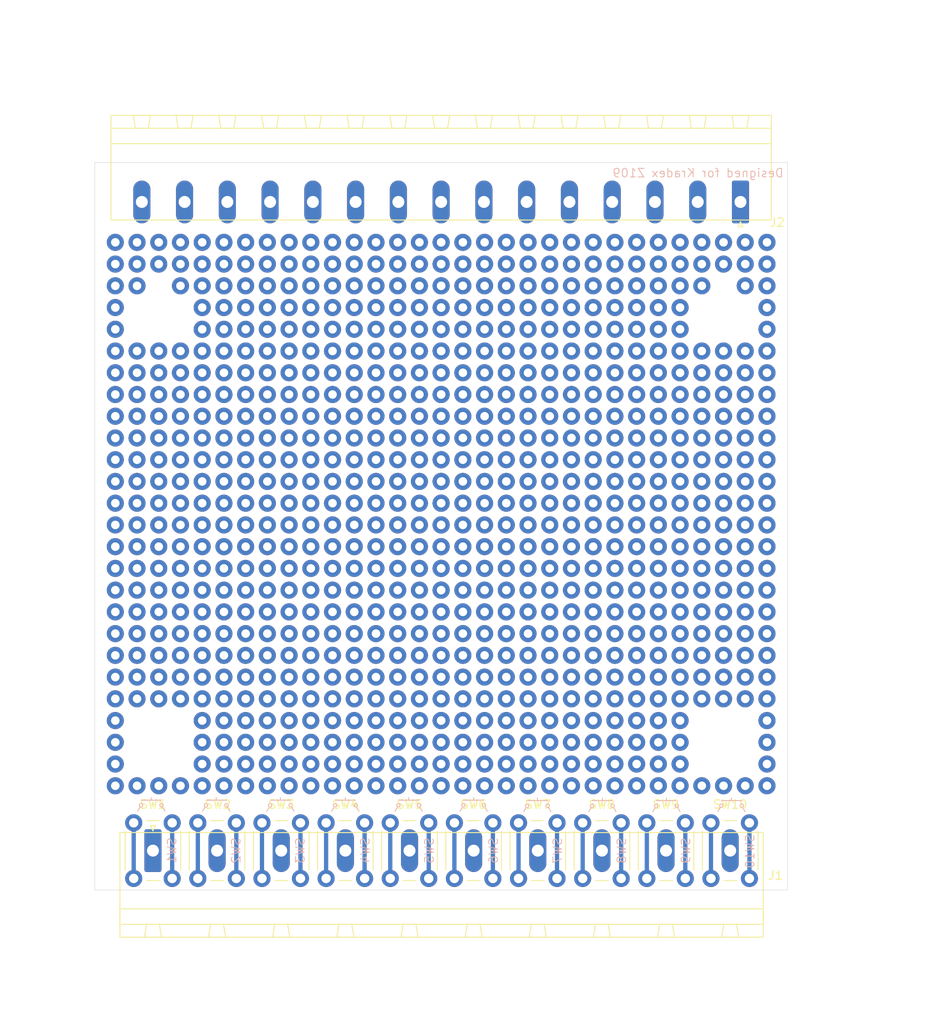
<source format=kicad_pcb>
(kicad_pcb (version 20240108) (generator "pcbnew") (generator_version "8.0")
  (layers (0 "F.Cu" signal) (31 "B.Cu" signal) (34 "B.Paste" user) (35 "F.Paste" user) (36 "B.SilkS" user "B.Silkscreen") (37 "F.SilkS" user "F.Silkscreen") (38 "B.Mask" user) (39 "F.Mask" user) (44 "Edge.Cuts" user))
  (net 0 "")
  (net 26 "unconnected-(SW1-A-Pad1)")
  (net 27 "unconnected-(SW1-B-Pad2)")
  (net 28 "unconnected-(SW2-A-Pad1)")
  (net 29 "unconnected-(SW2-B-Pad2)")
  (net 30 "unconnected-(SW3-A-Pad1)")
  (net 31 "unconnected-(SW3-B-Pad2)")
  (net 32 "unconnected-(SW4-B-Pad2)")
  (net 33 "unconnected-(SW4-A-Pad1)")
  (net 34 "unconnected-(SW5-A-Pad1)")
  (net 35 "unconnected-(SW5-B-Pad2)")
  (net 36 "unconnected-(SW6-B-Pad2)")
  (net 37 "unconnected-(SW6-A-Pad1)")
  (net 38 "unconnected-(SW7-A-Pad1)")
  (net 39 "unconnected-(SW7-B-Pad2)")
  (net 40 "unconnected-(SW8-A-Pad1)")
  (net 41 "unconnected-(SW8-B-Pad2)")
  (net 42 "unconnected-(SW9-B-Pad2)")
  (net 43 "unconnected-(SW9-A-Pad1)")
  (net 44 "unconnected-(SW10-B-Pad2)")
  (net 45 "unconnected-(SW10-A-Pad1)")
  (footprint "" (layer "F.Cu") (at 92.56 109.88)
    (property "Reference" "")
    (property "Value" "")
  )
  (footprint "" (layer "F.Cu") (at 153.52 120.04)
    (property "Reference" "")
    (property "Value" "")
  )
  (footprint "" (layer "F.Cu") (at 97.64 112.42)
    (property "Reference" "")
    (property "Value" "")
  )
  (footprint "" (layer "F.Cu") (at 115.42 120.04)
    (property "Reference" "")
    (property "Value" "")
  )
  (footprint "" (layer "F.Cu") (at 87.48 114.96)
    (property "Reference" "")
    (property "Value" "")
  )
  (footprint "" (layer "F.Cu") (at 82.4 127.66)
    (property "Reference" "")
    (property "Value" "")
  )
  (footprint "" (layer "F.Cu") (at 115.42 109.88)
    (property "Reference" "")
    (property "Value" "")
  )
  (footprint "" (layer "F.Cu") (at 82.4 104.8)
    (property "Reference" "")
    (property "Value" "")
  )
  (footprint "" (layer "F.Cu") (at 145.9 120.04)
    (property "Reference" "")
    (property "Value" "")
  )
  (footprint "" (layer "F.Cu") (at 102.72 74.32)
    (property "Reference" "")
    (property "Value" "")
  )
  (footprint "" (layer "F.Cu") (at 135.74 112.42)
    (property "Reference" "")
    (property "Value" "")
  )
  (footprint "" (layer "F.Cu") (at 107.8 120.04)
    (property "Reference" "")
    (property "Value" "")
  )
  (footprint "" (layer "F.Cu") (at 123.04 109.88)
    (property "Reference" "")
    (property "Value" "")
  )
  (footprint "" (layer "F.Cu") (at 130.66 87.02)
    (property "Reference" "")
    (property "Value" "")
  )
  (footprint "" (layer "F.Cu") (at 120.5 112.42)
    (property "Reference" "")
    (property "Value" "")
  )
  (footprint "" (layer "F.Cu") (at 87.48 127.66)
    (property "Reference" "")
    (property "Value" "")
  )
  (footprint "" (layer "F.Cu") (at 87.48 74.32)
    (property "Reference" "")
    (property "Value" "")
  )
  (footprint "" (layer "F.Cu") (at 145.9 125.12)
    (property "Reference" "")
    (property "Value" "")
  )
  (footprint "" (layer "F.Cu") (at 107.8 122.58)
    (property "Reference" "")
    (property "Value" "")
  )
  (footprint "" (layer "F.Cu") (at 148.44 120.04)
    (property "Reference" "")
    (property "Value" "")
  )
  (footprint "" (layer "F.Cu") (at 125.58 137.82)
    (property "Reference" "")
    (property "Value" "")
  )
  (footprint "" (layer "F.Cu") (at 107.8 87.02)
    (property "Reference" "")
    (property "Value" "")
  )
  (footprint "" (layer "F.Cu") (at 153.52 127.66)
    (property "Reference" "")
    (property "Value" "")
  )
  (footprint "" (layer "F.Cu") (at 120.5 109.88)
    (property "Reference" "")
    (property "Value" "")
  )
  (footprint "" (layer "F.Cu") (at 123.04 92.1)
    (property "Reference" "")
    (property "Value" "")
  )
  (footprint "" (layer "F.Cu") (at 115.42 74.32)
    (property "Reference" "")
    (property "Value" "")
  )
  (footprint "" (layer "F.Cu") (at 90.02 112.42)
    (property "Reference" "")
    (property "Value" "")
  )
  (footprint "" (layer "F.Cu") (at 158.6 120.04)
    (property "Reference" "")
    (property "Value" "")
  )
  (footprint "" (layer "F.Cu") (at 107.8 132.74)
    (property "Reference" "")
    (property "Value" "")
  )
  (footprint "" (layer "F.Cu") (at 112.88 125.12)
    (property "Reference" "")
    (property "Value" "")
  )
  (footprint "" (layer "F.Cu") (at 120.5 107.34)
    (property "Reference" "")
    (property "Value" "")
  )
  (footprint "" (layer "F.Cu") (at 128.12 120.04)
    (property "Reference" "")
    (property "Value" "")
  )
  (footprint "" (layer "F.Cu") (at 107.8 117.5)
    (property "Reference" "")
    (property "Value" "")
  )
  (footprint "" (layer "F.Cu") (at 82.4 114.96)
    (property "Reference" "")
    (property "Value" "")
  )
  (footprint "" (layer "F.Cu") (at 97.64 132.74)
    (property "Reference" "")
    (property "Value" "")
  )
  (footprint "" (layer "F.Cu") (at 148.44 102.26)
    (property "Reference" "")
    (property "Value" "")
  )
  (footprint "" (layer "F.Cu") (at 125.58 76.86)
    (property "Reference" "")
    (property "Value" "")
  )
  (footprint "" (layer "F.Cu") (at 140.82 97.18)
    (property "Reference" "")
    (property "Value" "")
  )
  (footprint "" (layer "F.Cu") (at 145.9 137.82)
    (property "Reference" "")
    (property "Value" "")
  )
  (footprint "" (layer "F.Cu") (at 145.9 112.42)
    (property "Reference" "")
    (property "Value" "")
  )
  (footprint "" (layer "F.Cu") (at 105.26 137.82)
    (property "Reference" "")
    (property "Value" "")
  )
  (footprint "" (layer "F.Cu") (at 156.06 87.02)
    (property "Reference" "")
    (property "Value" "")
  )
  (footprint "" (layer "F.Cu") (at 150.98 117.5)
    (property "Reference" "")
    (property "Value" "")
  )
  (footprint "" (layer "F.Cu") (at 120.5 127.66)
    (property "Reference" "")
    (property "Value" "")
  )
  (footprint "" (layer "F.Cu") (at 95.1 94.64)
    (property "Reference" "")
    (property "Value" "")
  )
  (footprint "" (layer "F.Cu") (at 138.28 74.32)
    (property "Reference" "")
    (property "Value" "")
  )
  (footprint "" (layer "F.Cu") (at 112.88 114.96)
    (property "Reference" "")
    (property "Value" "")
  )
  (footprint "MountingHole:MountingHole_3.2mm_M3" (layer "F.Cu") (at 87.4 82.4)
    (property "Reference" "H1" (hide yes))
    (property "Value" "MountingHole")
  )
  (footprint "" (layer "F.Cu") (at 158.6 84.48)
    (property "Reference" "")
    (property "Value" "")
  )
  (footprint "" (layer "F.Cu") (at 115.42 125.12)
    (property "Reference" "")
    (property "Value" "")
  )
  (footprint "" (layer "F.Cu") (at 95.1 97.18)
    (property "Reference" "")
    (property "Value" "")
  )
  (footprint "" (layer "F.Cu") (at 92.56 87.02)
    (property "Reference" "")
    (property "Value" "")
  )
  (footprint "" (layer "F.Cu") (at 145.9 127.66)
    (property "Reference" "")
    (property "Value" "")
  )
  (footprint "" (layer "F.Cu") (at 138.28 102.26)
    (property "Reference" "")
    (property "Value" "")
  )
  (footprint "Button_Switch_THT:SW_PUSH_6mm" (layer "F.Cu") (at 99.55 148.65 90)
    (property "Reference" "SW3")
    (property "Value" "SW_SPST")
  )
  (footprint "" (layer "F.Cu") (at 95.1 114.96)
    (property "Reference" "")
    (property "Value" "")
  )
  (footprint "" (layer "F.Cu") (at 158.6 109.88)
    (property "Reference" "")
    (property "Value" "")
  )
  (footprint "" (layer "F.Cu") (at 97.64 74.32)
    (property "Reference" "")
    (property "Value" "")
  )
  (footprint "" (layer "F.Cu") (at 143.36 76.86)
    (property "Reference" "")
    (property "Value" "")
  )
  (footprint "" (layer "F.Cu") (at 148.44 94.64)
    (property "Reference" "")
    (property "Value" "")
  )
  (footprint "" (layer "F.Cu") (at 112.88 135.28)
    (property "Reference" "")
    (property "Value" "")
  )
  (footprint "" (layer "F.Cu") (at 158.6 132.74)
    (property "Reference" "")
    (property "Value" "")
  )
  (footprint "" (layer "F.Cu") (at 115.42 130.2)
    (property "Reference" "")
    (property "Value" "")
  )
  (footprint "" (layer "F.Cu") (at 105.26 92.1)
    (property "Reference" "")
    (property "Value" "")
  )
  (footprint "" (layer "F.Cu") (at 107.8 104.8)
    (property "Reference" "")
    (property "Value" "")
  )
  (footprint "" (layer "F.Cu") (at 128.12 112.42)
    (property "Reference" "")
    (property "Value" "")
  )
  (footprint "" (layer "F.Cu") (at 133.2 94.64)
    (property "Reference" "")
    (property "Value" "")
  )
  (footprint "" (layer "F.Cu") (at 133.2 122.58)
    (property "Reference" "")
    (property "Value" "")
  )
  (footprint "" (layer "F.Cu") (at 130.66 107.34)
    (property "Reference" "")
    (property "Value" "")
  )
  (footprint "" (layer "F.Cu") (at 156.06 102.26)
    (property "Reference" "")
    (property "Value" "")
  )
  (footprint "" (layer "F.Cu") (at 140.82 94.64)
    (property "Reference" "")
    (property "Value" "")
  )
  (footprint "" (layer "F.Cu") (at 123.04 107.34)
    (property "Reference" "")
    (property "Value" "")
  )
  (footprint "" (layer "F.Cu") (at 125.58 104.8)
    (property "Reference" "")
    (property "Value" "")
  )
  (footprint "" (layer "F.Cu") (at 84.94 122.58)
    (property "Reference" "")
    (property "Value" "")
  )
  (footprint "" (layer "F.Cu") (at 128.12 109.88)
    (property "Reference" "")
    (property "Value" "")
  )
  (footprint "" (layer "F.Cu") (at 153.52 99.72)
    (property "Reference" "")
    (property "Value" "")
  )
  (footprint "" (layer "F.Cu") (at 115.42 99.72)
    (property "Reference" "")
    (property "Value" "")
  )
  (footprint "" (layer "F.Cu") (at 148.44 84.48)
    (property "Reference" "")
    (property "Value" "")
  )
  (footprint "" (layer "F.Cu") (at 102.72 122.58)
    (property "Reference" "")
    (property "Value" "")
  )
  (footprint "" (layer "F.Cu") (at 130.66 137.82)
    (property "Reference" "")
    (property "Value" "")
  )
  (footprint "" (layer "F.Cu") (at 143.36 99.72)
    (property "Reference" "")
    (property "Value" "")
  )
  (footprint "" (layer "F.Cu") (at 143.36 112.42)
    (property "Reference" "")
    (property "Value" "")
  )
  (footprint "" (layer "F.Cu") (at 133.2 87.02)
    (property "Reference" "")
    (property "Value" "")
  )
  (footprint "" (layer "F.Cu") (at 135.74 104.8)
    (property "Reference" "")
    (property "Value" "")
  )
  (footprint "" (layer "F.Cu") (at 90.02 137.82)
    (property "Reference" "")
    (property "Value" "")
  )
  (footprint "" (layer "F.Cu") (at 140.82 127.66)
    (property "Reference" "")
    (property "Value" "")
  )
  (footprint "" (layer "F.Cu") (at 148.44 125.12)
    (property "Reference" "")
    (property "Value" "")
  )
  (footprint "" (layer "F.Cu") (at 105.26 94.64)
    (property "Reference" "")
    (property "Value" "")
  )
  (footprint "" (layer "F.Cu") (at 133.2 130.2)
    (property "Reference" "")
    (property "Value" "")
  )
  (footprint "" (layer "F.Cu") (at 140.82 76.86)
    (property "Reference" "")
    (property "Value" "")
  )
  (footprint "" (layer "F.Cu") (at 135.74 117.5)
    (property "Reference" "")
    (property "Value" "")
  )
  (footprint "" (layer "F.Cu") (at 92.56 99.72)
    (property "Reference" "")
    (property "Value" "")
  )
  (footprint "" (layer "F.Cu") (at 156.06 94.64)
    (property "Reference" "")
    (property "Value" "")
  )
  (footprint "" (layer "F.Cu") (at 130.66 132.74)
    (property "Reference" "")
    (property "Value" "")
  )
  (footprint "" (layer "F.Cu") (at 140.82 104.8)
    (property "Reference" "")
    (property "Value" "")
  )
  (footprint "" (layer "F.Cu") (at 112.88 127.66)
    (property "Reference" "")
    (property "Value" "")
  )
  (footprint "" (layer "F.Cu") (at 145.9 99.72)
    (property "Reference" "")
    (property "Value" "")
  )
  (footprint "" (layer "F.Cu") (at 128.12 94.64)
    (property "Reference" "")
    (property "Value" "")
  )
  (footprint "" (layer "F.Cu") (at 90.02 94.64)
    (property "Reference" "")
    (property "Value" "")
  )
  (footprint "" (layer "F.Cu") (at 153.52 112.42)
    (property "Reference" "")
    (property "Value" "")
  )
  (footprint "" (layer "F.Cu") (at 115.42 132.74)
    (property "Reference" "")
    (property "Value" "")
  )
  (footprint "" (layer "F.Cu") (at 95.1 117.5)
    (property "Reference" "")
    (property "Value" "")
  )
  (footprint "" (layer "F.Cu") (at 133.2 76.86)
    (property "Reference" "")
    (property "Value" "")
  )
  (footprint "" (layer "F.Cu") (at 138.28 89.56)
    (property "Reference" "")
    (property "Value" "")
  )
  (footprint "" (layer "F.Cu") (at 84.94 125.12)
    (property "Reference" "")
    (property "Value" "")
  )
  (footprint "" (layer "F.Cu") (at 156.06 127.66)
    (property "Reference" "")
    (property "Value" "")
  )
  (footprint "" (layer "F.Cu") (at 84.94 102.26)
    (property "Reference" "")
    (property "Value" "")
  )
  (footprint "" (layer "F.Cu") (at 138.28 112.42)
    (property "Reference" "")
    (property "Value" "")
  )
  (footprint "" (layer "F.Cu") (at 130.66 79.4)
    (property "Reference" "")
    (property "Value" "")
  )
  (footprint "" (layer "F.Cu") (at 112.88 137.82)
    (property "Reference" "")
    (property "Value" "")
  )
  (footprint "" (layer "F.Cu") (at 82.4 87.02)
    (property "Reference" "")
    (property "Value" "")
  )
  (footprint "" (layer "F.Cu") (at 120.5 130.2)
    (property "Reference" "")
    (property "Value" "")
  )
  (footprint "" (layer "F.Cu") (at 150.98 102.26)
    (property "Reference" "")
    (property "Value" "")
  )
  (footprint "" (layer "F.Cu") (at 82.4 132.74)
    (property "Reference" "")
    (property "Value" "")
  )
  (footprint "" (layer "F.Cu") (at 143.36 130.2)
    (property "Reference" "")
    (property "Value" "")
  )
  (footprint "" (layer "F.Cu") (at 82.4 112.42)
    (property "Reference" "")
    (property "Value" "")
  )
  (footprint "" (layer "F.Cu") (at 117.96 94.64)
    (property "Reference" "")
    (property "Value" "")
  )
  (footprint "" (layer "F.Cu") (at 153.52 107.34)
    (property "Reference" "")
    (property "Value" "")
  )
  (footprint "" (layer "F.Cu") (at 100.18 76.86)
    (property "Reference" "")
    (property "Value" "")
  )
  (footprint "" (layer "F.Cu") (at 95.1 74.32)
    (property "Reference" "")
    (property "Value" "")
  )
  (footprint "" (layer "F.Cu") (at 102.72 120.04)
    (property "Reference" "")
    (property "Value" "")
  )
  (footprint "" (layer "F.Cu") (at 107.8 81.94)
    (property "Reference" "")
    (property "Value" "")
  )
  (footprint "" (layer "F.Cu") (at 153.52 76.86)
    (property "Reference" "")
    (property "Value" "")
  )
  (footprint "" (layer "F.Cu") (at 100.18 122.58)
    (property "Reference" "")
    (property "Value" "")
  )
  (footprint "" (layer "F.Cu") (at 138.28 92.1)
    (property "Reference" "")
    (property "Value" "")
  )
  (footprint "" (layer "F.Cu") (at 123.04 127.66)
    (property "Reference" "")
    (property "Value" "")
  )
  (footprint "" (layer "F.Cu") (at 156.06 92.1)
    (property "Reference" "")
    (property "Value" "")
  )
  (footprint "" (layer "F.Cu") (at 105.26 132.74)
    (property "Reference" "")
    (property "Value" "")
  )
  (footprint "" (layer "F.Cu") (at 95.1 76.86)
    (property "Reference" "")
    (property "Value" "")
  )
  (footprint "" (layer "F.Cu") (at 117.96 122.58)
    (property "Reference" "")
    (property "Value" "")
  )
  (footprint "" (layer "F.Cu") (at 123.04 94.64)
    (property "Reference" "")
    (property "Value" "")
  )
  (footprint "" (layer "F.Cu") (at 123.04 99.72)
    (property "Reference" "")
    (property "Value" "")
  )
  (footprint "" (layer "F.Cu") (at 148.44 112.42)
    (property "Reference" "")
    (property "Value" "")
  )
  (footprint "" (layer "F.Cu") (at 133.2 137.82)
    (property "Reference" "")
    (property "Value" "")
  )
  (footprint "" (layer "F.Cu") (at 135.74 84.48)
    (property "Reference" "")
    (property "Value" "")
  )
  (footprint "" (layer "F.Cu") (at 130.66 102.26)
    (property "Reference" "")
    (property "Value" "")
  )
  (footprint "" (layer "F.Cu") (at 110.34 102.26)
    (property "Reference" "")
    (property "Value" "")
  )
  (footprint "" (layer "F.Cu") (at 110.34 97.18)
    (property "Reference" "")
    (property "Value" "")
  )
  (footprint "" (layer "F.Cu") (at 153.52 125.12)
    (property "Reference" "")
    (property "Value" "")
  )
  (footprint "" (layer "F.Cu") (at 115.42 102.26)
    (property "Reference" "")
    (property "Value" "")
  )
  (footprint "" (layer "F.Cu") (at 128.12 114.96)
    (property "Reference" "")
    (property "Value" "")
  )
  (footprint "" (layer "F.Cu") (at 158.6 137.82)
    (property "Reference" "")
    (property "Value" "")
  )
  (footprint "" (layer "F.Cu") (at 135.74 92.1)
    (property "Reference" "")
    (property "Value" "")
  )
  (footprint "" (layer "F.Cu") (at 133.2 109.88)
    (property "Reference" "")
    (property "Value" "")
  )
  (footprint "" (layer "F.Cu") (at 110.34 125.12)
    (property "Reference" "")
    (property "Value" "")
  )
  (footprint "" (layer "F.Cu") (at 145.9 102.26)
    (property "Reference" "")
    (property "Value" "")
  )
  (footprint "" (layer "F.Cu") (at 143.36 92.1)
    (property "Reference" "")
    (property "Value" "")
  )
  (footprint "" (layer "F.Cu") (at 90.02 117.5)
    (property "Reference" "")
    (property "Value" "")
  )
  (footprint "Button_Switch_THT:SW_PUSH_6mm" (layer "F.Cu") (at 122.05 148.65 90)
    (property "Reference" "SW6")
    (property "Value" "SW_SPST")
  )
  (footprint "" (layer "F.Cu") (at 107.8 94.64)
    (property "Reference" "")
    (property "Value" "")
  )
  (footprint "" (layer "F.Cu") (at 128.12 107.34)
    (property "Reference" "")
    (property "Value" "")
  )
  (footprint "" (layer "F.Cu") (at 135.74 79.4)
    (property "Reference" "")
    (property "Value" "")
  )
  (footprint "" (layer "F.Cu") (at 92.56 74.32)
    (property "Reference" "")
    (property "Value" "")
  )
  (footprint "" (layer "F.Cu") (at 120.5 137.82)
    (property "Reference" "")
    (property "Value" "")
  )
  (footprint "" (layer "F.Cu") (at 123.04 89.56)
    (property "Reference" "")
    (property "Value" "")
  )
  (footprint "" (layer "F.Cu") (at 140.82 130.2)
    (property "Reference" "")
    (property "Value" "")
  )
  (footprint "" (layer "F.Cu") (at 138.28 107.34)
    (property "Reference" "")
    (property "Value" "")
  )
  (footprint "" (layer "F.Cu") (at 92.56 112.42)
    (property "Reference" "")
    (property "Value" "")
  )
  (footprint "" (layer "F.Cu") (at 110.34 109.88)
    (property "Reference" "")
    (property "Value" "")
  )
  (footprint "" (layer "F.Cu") (at 112.88 97.18)
    (property "Reference" "")
    (property "Value" "")
  )
  (footprint "" (layer "F.Cu") (at 148.44 109.88)
    (property "Reference" "")
    (property "Value" "")
  )
  (footprint "" (layer "F.Cu") (at 115.42 89.56)
    (property "Reference" "")
    (property "Value" "")
  )
  (footprint "" (layer "F.Cu") (at 156.06 107.34)
    (property "Reference" "")
    (property "Value" "")
  )
  (footprint "" (layer "F.Cu") (at 143.36 125.12)
    (property "Reference" "")
    (property "Value" "")
  )
  (footprint "" (layer "F.Cu") (at 112.88 84.48)
    (property "Reference" "")
    (property "Value" "")
  )
  (footprint "" (layer "F.Cu") (at 115.42 87.02)
    (property "Reference" "")
    (property "Value" "")
  )
  (footprint "" (layer "F.Cu") (at 112.88 94.64)
    (property "Reference" "")
    (property "Value" "")
  )
  (footprint "" (layer "F.Cu") (at 120.5 120.04)
    (property "Reference" "")
    (property "Value" "")
  )
  (footprint "" (layer "F.Cu") (at 140.82 102.26)
    (property "Reference" "")
    (property "Value" "")
  )
  (footprint "" (layer "F.Cu") (at 138.28 117.5)
    (property "Reference" "")
    (property "Value" "")
  )
  (footprint "" (layer "F.Cu") (at 120.5 94.64)
    (property "Reference" "")
    (property "Value" "")
  )
  (footprint "" (layer "F.Cu") (at 150.98 112.42)
    (property "Reference" "")
    (property "Value" "")
  )
  (footprint "" (layer "F.Cu") (at 82.4 120.04)
    (property "Reference" "")
    (property "Value" "")
  )
  (footprint "" (layer "F.Cu") (at 84.94 99.72)
    (property "Reference" "")
    (property "Value" "")
  )
  (footprint "Connector_Phoenix_MSTB:PhoenixContact_MSTBA_2,5_15-G_1x15_P5.00mm_Horizontal" (layer "F.Cu") (at 155.5 69.6 180)
    (property "Reference" "J2")
    (property "Value" "Terminalblock15")
  )
  (footprint "" (layer "F.Cu") (at 158.6 76.86)
    (property "Reference" "")
    (property "Value" "")
  )
  (footprint "" (layer "F.Cu") (at 128.12 132.74)
    (property "Reference" "")
    (property "Value" "")
  )
  (footprint "Button_Switch_THT:SW_PUSH_6mm" (layer "F.Cu") (at 114.55 148.65 90)
    (property "Reference" "SW5")
    (property "Value" "SW_SPST")
  )
  (footprint "Button_Switch_THT:SW_PUSH_6mm" (layer "F.Cu") (at 137.05 148.65 90)
    (property "Reference" "SW8")
    (property "Value" "SW_SPST")
  )
  (footprint "" (layer "F.Cu") (at 115.42 137.82)
    (property "Reference" "")
    (property "Value" "")
  )
  (footprint "" (layer "F.Cu") (at 87.48 137.82)
    (property "Reference" "")
    (property "Value" "")
  )
  (footprint "" (layer "F.Cu") (at 100.18 94.64)
    (property "Reference" "")
    (property "Value" "")
  )
  (footprint "" (layer "F.Cu") (at 120.5 135.28)
    (property "Reference" "")
    (property "Value" "")
  )
  (footprint "" (layer "F.Cu") (at 100.18 92.1)
    (property "Reference" "")
    (property "Value" "")
  )
  (footprint "" (layer "F.Cu") (at 148.44 79.4)
    (property "Reference" "")
    (property "Value" "")
  )
  (footprint "" (layer "F.Cu") (at 90.02 122.58)
    (property "Reference" "")
    (property "Value" "")
  )
  (footprint "" (layer "F.Cu") (at 97.64 120.04)
    (property "Reference" "")
    (property "Value" "")
  )
  (footprint "" (layer "F.Cu") (at 148.44 127.66)
    (property "Reference" "")
    (property "Value" "")
  )
  (footprint "" (layer "F.Cu") (at 112.88 89.56)
    (property "Reference" "")
    (property "Value" "")
  )
  (footprint "" (layer "F.Cu") (at 115.42 81.94)
    (property "Reference" "")
    (property "Value" "")
  )
  (footprint "" (layer "F.Cu") (at 87.48 97.18)
    (property "Reference" "")
    (property "Value" "")
  )
  (footprint "" (layer "F.Cu") (at 143.36 89.56)
    (property "Reference" "")
    (property "Value" "")
  )
  (footprint "" (layer "F.Cu") (at 150.98 109.88)
    (property "Reference" "")
    (property "Value" "")
  )
  (footprint "" (layer "F.Cu") (at 128.12 87.02)
    (property "Reference" "")
    (property "Value" "")
  )
  (footprint "" (layer "F.Cu") (at 133.2 125.12)
    (property "Reference" "")
    (property "Value" "")
  )
  (footprint "" (layer "F.Cu") (at 110.34 92.1)
    (property "Reference" "")
    (property "Value" "")
  )
  (footprint "" (layer "F.Cu") (at 135.74 81.94)
    (property "Reference" "")
    (property "Value" "")
  )
  (footprint "" (layer "F.Cu") (at 92.56 79.4)
    (property "Reference" "")
    (property "Value" "")
  )
  (footprint "" (layer "F.Cu") (at 87.48 107.34)
    (property "Reference" "")
    (property "Value" "")
  )
  (footprint "" (layer "F.Cu") (at 92.56 135.28)
    (property "Reference" "")
    (property "Value" "")
  )
  (footprint "" (layer "F.Cu") (at 150.98 87.02)
    (property "Reference" "")
    (property "Value" "")
  )
  (footprint "" (layer "F.Cu") (at 148.44 99.72)
    (property "Reference" "")
    (property "Value" "")
  )
  (footprint "" (layer "F.Cu") (at 112.88 76.86)
    (property "Reference" "")
    (property "Value" "")
  )
  (footprint "" (layer "F.Cu") (at 148.44 97.18)
    (property "Reference" "")
    (property "Value" "")
  )
  (footprint "" (layer "F.Cu") (at 110.34 107.34)
    (property "Reference" "")
    (property "Value" "")
  )
  (footprint "" (layer "F.Cu") (at 135.74 97.18)
    (property "Reference" "")
    (property "Value" "")
  )
  (footprint "" (layer "F.Cu") (at 143.36 102.26)
    (property "Reference" "")
    (property "Value" "")
  )
  (footprint "" (layer "F.Cu") (at 100.18 99.72)
    (property "Reference" "")
    (property "Value" "")
  )
  (footprint "" (layer "F.Cu") (at 105.26 135.28)
    (property "Reference" "")
    (property "Value" "")
  )
  (footprint "" (layer "F.Cu") (at 95.1 127.66)
    (property "Reference" "")
    (property "Value" "")
  )
  (footprint "" (layer "F.Cu") (at 97.64 92.1)
    (property "Reference" "")
    (property "Value" "")
  )
  (footprint "" (layer "F.Cu") (at 120.5 87.02)
    (property "Reference" "")
    (property "Value" "")
  )
  (footprint "" (layer "F.Cu") (at 110.34 120.04)
    (property "Reference" "")
    (property "Value" "")
  )
  (footprint "" (layer "F.Cu") (at 123.04 132.74)
    (property "Reference" "")
    (property "Value" "")
  )
  (footprint "" (layer "F.Cu") (at 120.5 89.56)
    (property "Reference" "")
    (property "Value" "")
  )
  (footprint "" (layer "F.Cu") (at 120.5 127.66)
    (property "Reference" "")
    (property "Value" "")
  )
  (footprint "" (layer "F.Cu") (at 130.66 125.12)
    (property "Reference" "")
    (property "Value" "")
  )
  (footprint "" (layer "F.Cu") (at 117.96 132.74)
    (property "Reference" "")
    (property "Value" "")
  )
  (footprint "" (layer "F.Cu") (at 138.28 84.48)
    (property "Reference" "")
    (property "Value" "")
  )
  (footprint "" (layer "F.Cu") (at 92.56 104.8)
    (property "Reference" "")
    (property "Value" "")
  )
  (footprint "" (layer "F.Cu") (at 117.96 89.56)
    (property "Reference" "")
    (property "Value" "")
  )
  (footprint "" (layer "F.Cu") (at 138.28 87.02)
    (property "Reference" "")
    (property "Value" "")
  )
  (footprint "" (layer "F.Cu") (at 153.52 102.26)
    (property "Reference" "")
    (property "Value" "")
  )
  (footprint "" (layer "F.Cu") (at 150.98 127.66)
    (property "Reference" "")
    (property "Value" "")
  )
  (footprint "" (layer "F.Cu") (at 125.58 89.56)
    (property "Reference" "")
    (property "Value" "")
  )
  (footprint "" (layer "F.Cu") (at 135.74 87.02)
    (property "Reference" "")
    (property "Value" "")
  )
  (footprint "" (layer "F.Cu") (at 138.28 120.04)
    (property "Reference" "")
    (property "Value" "")
  )
  (footprint "" (layer "F.Cu") (at 120.5 125.12)
    (property "Reference" "")
    (property "Value" "")
  )
  (footprint "" (layer "F.Cu") (at 143.36 104.8)
    (property "Reference" "")
    (property "Value" "")
  )
  (footprint "" (layer "F.Cu") (at 140.82 109.88)
    (property "Reference" "")
    (property "Value" "")
  )
  (footprint "" (layer "F.Cu") (at 97.64 89.56)
    (property "Reference" "")
    (property "Value" "")
  )
  (footprint "" (layer "F.Cu") (at 140.82 107.34)
    (property "Reference" "")
    (property "Value" "")
  )
  (footprint "" (layer "F.Cu") (at 120.5 74.32)
    (property "Reference" "")
    (property "Value" "")
  )
  (footprint "" (layer "F.Cu") (at 138.28 109.88)
    (property "Reference" "")
    (property "Value" "")
  )
  (footprint "" (layer "F.Cu") (at 145.9 76.86)
    (property "Reference" "")
    (property "Value" "")
  )
  (footprint "" (layer "F.Cu") (at 107.8 76.86)
    (property "Reference" "")
    (property "Value" "")
  )
  (footprint "" (layer "F.Cu") (at 110.34 74.32)
    (property "Reference" "")
    (property "Value" "")
  )
  (footprint "" (layer "F.Cu") (at 105.26 99.72)
    (property "Reference" "")
    (property "Value" "")
  )
  (footprint "" (layer "F.Cu") (at 120.5 102.26)
    (property "Reference" "")
    (property "Value" "")
  )
  (footprint "" (layer "F.Cu") (at 95.1 125.12)
    (property "Reference" "")
    (property "Value" "")
  )
  (footprint "" (layer "F.Cu") (at 120.5 104.8)
    (property "Reference" "")
    (property "Value" "")
  )
  (footprint "" (layer "F.Cu") (at 133.2 74.32)
    (property "Reference" "")
    (property "Value" "")
  )
  (footprint "" (layer "F.Cu") (at 120.5 109.88)
    (property "Reference" "")
    (property "Value" "")
  )
  (footprint "" (layer "F.Cu") (at 128.12 79.4)
    (property "Reference" "")
    (property "Value" "")
  )
  (footprint "MountingHole:MountingHole_3.2mm_M3" (layer "F.Cu") (at 87.4 132.6)
    (property "Reference" "H3" (hide yes))
    (property "Value" "MountingHole")
  )
  (footprint "" (layer "F.Cu") (at 107.8 99.72)
    (property "Reference" "")
    (property "Value" "")
  )
  (footprint "" (layer "F.Cu") (at 120.5 130.2)
    (property "Reference" "")
    (property "Value" "")
  )
  (footprint "" (layer "F.Cu") (at 87.48 99.72)
    (property "Reference" "")
    (property "Value" "")
  )
  (footprint "" (layer "F.Cu") (at 110.34 127.66)
    (property "Reference" "")
    (property "Value" "")
  )
  (footprint "" (layer "F.Cu") (at 123.04 102.26)
    (property "Reference" "")
    (property "Value" "")
  )
  (footprint "" (layer "F.Cu") (at 143.36 117.5)
    (property "Reference" "")
    (property "Value" "")
  )
  (footprint "" (layer "F.Cu") (at 100.18 89.56)
    (property "Reference" "")
    (property "Value" "")
  )
  (footprint "" (layer "F.Cu") (at 135.74 89.56)
    (property "Reference" "")
    (property "Value" "")
  )
  (footprint "" (layer "F.Cu") (at 133.2 127.66)
    (property "Reference" "")
    (property "Value" "")
  )
  (footprint "" (layer "F.Cu") (at 123.04 76.86)
    (property "Reference" "")
    (property "Value" "")
  )
  (footprint "" (layer "F.Cu") (at 145.9 130.2)
    (property "Reference" "")
    (property "Value" "")
  )
  (footprint "" (layer "F.Cu") (at 133.2 112.42)
    (property "Reference" "")
    (property "Value" "")
  )
  (footprint "MountingHole:MountingHole_3.2mm_M3" (layer "F.Cu") (at 153.6 82.4)
    (property "Reference" "H2" (hide yes))
    (property "Value" "MountingHole")
  )
  (footprint "" (layer "F.Cu") (at 95.1 81.94)
    (property "Reference" "")
    (property "Value" "")
  )
  (footprint "" (layer "F.Cu") (at 117.96 109.88)
    (property "Reference" "")
    (property "Value" "")
  )
  (footprint "" (layer "F.Cu") (at 84.94 112.42)
    (property "Reference" "")
    (property "Value" "")
  )
  (footprint "" (layer "F.Cu") (at 92.56 117.5)
    (property "Reference" "")
    (property "Value" "")
  )
  (footprint "" (layer "F.Cu") (at 102.72 97.18)
    (property "Reference" "")
    (property "Value" "")
  )
  (footprint "" (layer "F.Cu") (at 145.9 104.8)
    (property "Reference" "")
    (property "Value" "")
  )
  (footprint "" (layer "F.Cu") (at 150.98 94.64)
    (property "Reference" "")
    (property "Value" "")
  )
  (footprint "" (layer "F.Cu") (at 102.72 102.26)
    (property "Reference" "")
    (property "Value" "")
  )
  (footprint "" (layer "F.Cu") (at 138.28 99.72)
    (property "Reference" "")
    (property "Value" "")
  )
  (footprint "" (layer "F.Cu") (at 120.5 117.5)
    (property "Reference" "")
    (property "Value" "")
  )
  (footprint "" (layer "F.Cu") (at 100.18 84.48)
    (property "Reference" "")
    (property "Value" "")
  )
  (footprint "" (layer "F.Cu") (at 143.36 84.48)
    (property "Reference" "")
    (property "Value" "")
  )
  (footprint "" (layer "F.Cu") (at 102.72 114.96)
    (property "Reference" "")
    (property "Value" "")
  )
  (footprint "" (layer "F.Cu") (at 150.98 97.18)
    (property "Reference" "")
    (property "Value" "")
  )
  (footprint "" (layer "F.Cu") (at 107.8 97.18)
    (property "Reference" "")
    (property "Value" "")
  )
  (footprint "" (layer "F.Cu") (at 82.4 125.12)
    (property "Reference" "")
    (property "Value" "")
  )
  (footprint "" (layer "F.Cu") (at 82.4 117.5)
    (property "Reference" "")
    (property "Value" "")
  )
  (footprint "" (layer "F.Cu") (at 107.8 107.34)
    (property "Reference" "")
    (property "Value" "")
  )
  (footprint "" (layer "F.Cu") (at 120.5 114.96)
    (property "Reference" "")
    (property "Value" "")
  )
  (footprint "" (layer "F.Cu") (at 105.26 87.02)
    (property "Reference" "")
    (property "Value" "")
  )
  (footprint "" (layer "F.Cu") (at 158.6 117.5)
    (property "Reference" "")
    (property "Value" "")
  )
  (footprint "" (layer "F.Cu") (at 90.02 127.66)
    (property "Reference" "")
    (property "Value" "")
  )
  (footprint "" (layer "F.Cu") (at 97.64 76.86)
    (property "Reference" "")
    (property "Value" "")
  )
  (footprint "" (layer "F.Cu") (at 87.48 104.8)
    (property "Reference" "")
    (property "Value" "")
  )
  (footprint "" (layer "F.Cu") (at 115.42 135.28)
    (property "Reference" "")
    (property "Value" "")
  )
  (footprint "" (layer "F.Cu") (at 117.96 117.5)
    (property "Reference" "")
    (property "Value" "")
  )
  (footprint "" (layer "F.Cu") (at 115.42 127.66)
    (property "Reference" "")
    (property "Value" "")
  )
  (footprint "" (layer "F.Cu") (at 125.58 120.04)
    (property "Reference" "")
    (property "Value" "")
  )
  (footprint "" (layer "F.Cu") (at 150.98 120.04)
    (property "Reference" "")
    (property "Value" "")
  )
  (footprint "" (layer "F.Cu") (at 84.94 79.4)
    (property "Reference" "")
    (property "Value" "")
  )
  (footprint "" (layer "F.Cu") (at 110.34 84.48)
    (property "Reference" "")
    (property "Value" "")
  )
  (footprint "" (layer "F.Cu") (at 148.44 117.5)
    (property "Reference" "")
    (property "Value" "")
  )
  (footprint "" (layer "F.Cu") (at 107.8 74.32)
    (property "Reference" "")
    (property "Value" "")
  )
  (footprint "" (layer "F.Cu") (at 95.1 130.2)
    (property "Reference" "")
    (property "Value" "")
  )
  (footprint "" (layer "F.Cu") (at 125.58 102.26)
    (property "Reference" "")
    (property "Value" "")
  )
  (footprint "" (layer "F.Cu") (at 97.64 94.64)
    (property "Reference" "")
    (property "Value" "")
  )
  (footprint "" (layer "F.Cu") (at 82.4 107.34)
    (property "Reference" "")
    (property "Value" "")
  )
  (footprint "" (layer "F.Cu") (at 87.48 102.26)
    (property "Reference" "")
    (property "Value" "")
  )
  (footprint "" (layer "F.Cu") (at 92.56 84.48)
    (property "Reference" "")
    (property "Value" "")
  )
  (footprint "" (layer "F.Cu") (at 145.9 117.5)
    (property "Reference" "")
    (property "Value" "")
  )
  (footprint "" (layer "F.Cu") (at 112.88 109.88)
    (property "Reference" "")
    (property "Value" "")
  )
  (footprint "" (layer "F.Cu") (at 133.2 104.8)
    (property "Reference" "")
    (property "Value" "")
  )
  (footprint "" (layer "F.Cu") (at 110.34 87.02)
    (property "Reference" "")
    (property "Value" "")
  )
  (footprint "" (layer "F.Cu") (at 105.26 81.94)
    (property "Reference" "")
    (property "Value" "")
  )
  (footprint "" (layer "F.Cu") (at 145.9 87.02)
    (property "Reference" "")
    (property "Value" "")
  )
  (footprint "" (layer "F.Cu") (at 110.34 117.5)
    (property "Reference" "")
    (property "Value" "")
  )
  (footprint "" (layer "F.Cu") (at 150.98 89.56)
    (property "Reference" "")
    (property "Value" "")
  )
  (footprint "" (layer "F.Cu") (at 97.64 84.48)
    (property "Reference" "")
    (property "Value" "")
  )
  (footprint "" (layer "F.Cu") (at 138.28 97.18)
    (property "Reference" "")
    (property "Value" "")
  )
  (footprint "" (layer "F.Cu") (at 135.74 94.64)
    (property "Reference" "")
    (property "Value" "")
  )
  (footprint "" (layer "F.Cu") (at 100.18 97.18)
    (property "Reference" "")
    (property "Value" "")
  )
  (footprint "" (layer "F.Cu") (at 100.18 130.2)
    (property "Reference" "")
    (property "Value" "")
  )
  (footprint "" (layer "F.Cu") (at 97.64 122.58)
    (property "Reference" "")
    (property "Value" "")
  )
  (footprint "" (layer "F.Cu") (at 135.74 107.34)
    (property "Reference" "")
    (property "Value" "")
  )
  (footprint "" (layer "F.Cu") (at 115.42 94.64)
    (property "Reference" "")
    (property "Value" "")
  )
  (footprint "" (layer "F.Cu") (at 145.9 94.64)
    (property "Reference" "")
    (property "Value" "")
  )
  (footprint "" (layer "F.Cu") (at 143.36 97.18)
    (property "Reference" "")
    (property "Value" "")
  )
  (footprint "" (layer "F.Cu") (at 92.56 81.94)
    (property "Reference" "")
    (property "Value" "")
  )
  (footprint "" (layer "F.Cu") (at 102.72 84.48)
    (property "Reference" "")
    (property "Value" "")
  )
  (footprint "" (layer "F.Cu") (at 125.58 97.18)
    (property "Reference" "")
    (property "Value" "")
  )
  (footprint "" (layer "F.Cu") (at 156.06 112.42)
    (property "Reference" "")
    (property "Value" "")
  )
  (footprint "" (layer "F.Cu") (at 130.66 84.48)
    (property "Reference" "")
    (property "Value" "")
  )
  (footprint "" (layer "F.Cu") (at 84.94 107.34)
    (property "Reference" "")
    (property "Value" "")
  )
  (footprint "" (layer "F.Cu") (at 105.26 109.88)
    (property "Reference" "")
    (property "Value" "")
  )
  (footprint "" (layer "F.Cu") (at 117.96 76.86)
    (property "Reference" "")
    (property "Value" "")
  )
  (footprint "" (layer "F.Cu") (at 102.72 79.4)
    (property "Reference" "")
    (property "Value" "")
  )
  (footprint "" (layer "F.Cu") (at 123.04 117.5)
    (property "Reference" "")
    (property "Value" "")
  )
  (footprint "" (layer "F.Cu") (at 102.72 127.66)
    (property "Reference" "")
    (property "Value" "")
  )
  (footprint "" (layer "F.Cu") (at 82.4 89.56)
    (property "Reference" "")
    (property "Value" "")
  )
  (footprint "" (layer "F.Cu") (at 156.06 120.04)
    (property "Reference" "")
    (property "Value" "")
  )
  (footprint "" (layer "F.Cu") (at 100.18 79.4)
    (property "Reference" "")
    (property "Value" "")
  )
  (footprint "" (layer "F.Cu") (at 92.56 120.04)
    (property "Reference" "")
    (property "Value" "")
  )
  (footprint "" (layer "F.Cu") (at 138.28 94.64)
    (property "Reference" "")
    (property "Value" "")
  )
  (footprint "" (layer "F.Cu") (at 148.44 122.58)
    (property "Reference" "")
    (property "Value" "")
  )
  (footprint "" (layer "F.Cu") (at 150.98 76.86)
    (property "Reference" "")
    (property "Value" "")
  )
  (footprint "" (layer "F.Cu") (at 130.66 74.32)
    (property "Reference" "")
    (property "Value" "")
  )
  (footprint "" (layer "F.Cu") (at 140.82 122.58)
    (property "Reference" "")
    (property "Value" "")
  )
  (footprint "" (layer "F.Cu") (at 158.6 74.32)
    (property "Reference" "")
    (property "Value" "")
  )
  (footprint "" (layer "F.Cu") (at 90.02 114.96)
    (property "Reference" "")
    (property "Value" "")
  )
  (footprint "" (layer "F.Cu") (at 97.64 137.82)
    (property "Reference" "")
    (property "Value" "")
  )
  (footprint "" (layer "F.Cu") (at 82.4 84.48)
    (property "Reference" "")
    (property "Value" "")
  )
  (footprint "" (layer "F.Cu") (at 153.52 109.88)
    (property "Reference" "")
    (property "Value" "")
  )
  (footprint "" (layer "F.Cu") (at 84.94 87.02)
    (property "Reference" "")
    (property "Value" "")
  )
  (footprint "" (layer "F.Cu") (at 100.18 114.96)
    (property "Reference" "")
    (property "Value" "")
  )
  (footprint "" (layer "F.Cu") (at 84.94 76.86)
    (property "Reference" "")
    (property "Value" "")
  )
  (footprint "" (layer "F.Cu") (at 107.8 102.26)
    (property "Reference" "")
    (property "Value" "")
  )
  (footprint "" (layer "F.Cu") (at 110.34 94.64)
    (property "Reference" "")
    (property "Value" "")
  )
  (footprint "" (layer "F.Cu") (at 125.58 127.66)
    (property "Reference" "")
    (property "Value" "")
  )
  (footprint "" (layer "F.Cu") (at 120.5 125.12)
    (property "Reference" "")
    (property "Value" "")
  )
  (footprint "" (layer "F.Cu") (at 153.52 117.5)
    (property "Reference" "")
    (property "Value" "")
  )
  (footprint "" (layer "F.Cu") (at 145.9 107.34)
    (property "Reference" "")
    (property "Value" "")
  )
  (footprint "" (layer "F.Cu") (at 143.36 79.4)
    (property "Reference" "")
    (property "Value" "")
  )
  (footprint "" (layer "F.Cu") (at 138.28 132.74)
    (property "Reference" "")
    (property "Value" "")
  )
  (footprint "" (layer "F.Cu") (at 97.64 135.28)
    (property "Reference" "")
    (property "Value" "")
  )
  (footprint "" (layer "F.Cu") (at 138.28 122.58)
    (property "Reference" "")
    (property "Value" "")
  )
  (footprint "Button_Switch_THT:SW_PUSH_6mm" (layer "F.Cu") (at 152.05 148.65 90)
    (property "Reference" "SW10")
    (property "Value" "SW_SPST")
  )
  (footprint "" (layer "F.Cu") (at 120.5 107.34)
    (property "Reference" "")
    (property "Value" "")
  )
  (footprint "" (layer "F.Cu") (at 95.1 79.4)
    (property "Reference" "")
    (property "Value" "")
  )
  (footprint "" (layer "F.Cu") (at 112.88 99.72)
    (property "Reference" "")
    (property "Value" "")
  )
  (footprint "" (layer "F.Cu") (at 95.1 89.56)
    (property "Reference" "")
    (property "Value" "")
  )
  (footprint "" (layer "F.Cu") (at 107.8 125.12)
    (property "Reference" "")
    (property "Value" "")
  )
  (footprint "" (layer "F.Cu") (at 115.42 79.4)
    (property "Reference" "")
    (property "Value" "")
  )
  (footprint "" (layer "F.Cu") (at 82.4 92.1)
    (property "Reference" "")
    (property "Value" "")
  )
  (footprint "" (layer "F.Cu") (at 102.72 132.74)
    (property "Reference" "")
    (property "Value" "")
  )
  (footprint "" (layer "F.Cu") (at 87.48 112.42)
    (property "Reference" "")
    (property "Value" "")
  )
  (footprint "" (layer "F.Cu") (at 82.4 99.72)
    (property "Reference" "")
    (property "Value" "")
  )
  (footprint "" (layer "F.Cu") (at 128.12 137.82)
    (property "Reference" "")
    (property "Value" "")
  )
  (footprint "" (layer "F.Cu") (at 120.5 89.56)
    (property "Reference" "")
    (property "Value" "")
  )
  (footprint "" (layer "F.Cu") (at 156.06 109.88)
    (property "Reference" "")
    (property "Value" "")
  )
  (footprint "" (layer "F.Cu") (at 125.58 122.58)
    (property "Reference" "")
    (property "Value" "")
  )
  (footprint "" (layer "F.Cu") (at 130.66 127.66)
    (property "Reference" "")
    (property "Value" "")
  )
  (footprint "" (layer "F.Cu") (at 133.2 114.96)
    (property "Reference" "")
    (property "Value" "")
  )
  (footprint "" (layer "F.Cu") (at 95.1 122.58)
    (property "Reference" "")
    (property "Value" "")
  )
  (footprint "" (layer "F.Cu") (at 105.26 102.26)
    (property "Reference" "")
    (property "Value" "")
  )
  (footprint "" (layer "F.Cu") (at 150.98 74.32)
    (property "Reference" "")
    (property "Value" "")
  )
  (footprint "" (layer "F.Cu") (at 130.66 117.5)
    (property "Reference" "")
    (property "Value" "")
  )
  (footprint "" (layer "F.Cu") (at 107.8 89.56)
    (property "Reference" "")
    (property "Value" "")
  )
  (footprint "" (layer "F.Cu") (at 115.42 76.86)
    (property "Reference" "")
    (property "Value" "")
  )
  (footprint "" (layer "F.Cu") (at 123.04 74.32)
    (property "Reference" "")
    (property "Value" "")
  )
  (footprint "" (layer "F.Cu") (at 128.12 76.86)
    (property "Reference" "")
    (property "Value" "")
  )
  (footprint "" (layer "F.Cu") (at 158.6 92.1)
    (property "Reference" "")
    (property "Value" "")
  )
  (footprint "" (layer "F.Cu") (at 120.5 114.96)
    (property "Reference" "")
    (property "Value" "")
  )
  (footprint "Button_Switch_THT:SW_PUSH_6mm" (layer "F.Cu") (at 129.55 148.65 90)
    (property "Reference" "SW7")
    (property "Value" "SW_SPST")
  )
  (footprint "" (layer "F.Cu") (at 97.64 81.94)
    (property "Reference" "")
    (property "Value" "")
  )
  (footprint "" (layer "F.Cu") (at 95.1 137.82)
    (property "Reference" "")
    (property "Value" "")
  )
  (footprint "" (layer "F.Cu") (at 125.58 135.28)
    (property "Reference" "")
    (property "Value" "")
  )
  (footprint "" (layer "F.Cu") (at 150.98 79.4)
    (property "Reference" "")
    (property "Value" "")
  )
  (footprint "" (layer "F.Cu") (at 150.98 99.72)
    (property "Reference" "")
    (property "Value" "")
  )
  (footprint "" (layer "F.Cu") (at 158.6 87.02)
    (property "Reference" "")
    (property "Value" "")
  )
  (footprint "" (layer "F.Cu") (at 95.1 87.02)
    (property "Reference" "")
    (property "Value" "")
  )
  (footprint "" (layer "F.Cu") (at 115.42 112.42)
    (property "Reference" "")
    (property "Value" "")
  )
  (footprint "" (layer "F.Cu") (at 133.2 89.56)
    (property "Reference" "")
    (property "Value" "")
  )
  (footprint "" (layer "F.Cu") (at 128.12 84.48)
    (property "Reference" "")
    (property "Value" "")
  )
  (footprint "" (layer "F.Cu") (at 125.58 84.48)
    (property "Reference" "")
    (property "Value" "")
  )
  (footprint "" (layer "F.Cu") (at 90.02 79.4)
    (property "Reference" "")
    (property "Value" "")
  )
  (footprint "" (layer "F.Cu") (at 115.42 114.96)
    (property "Reference" "")
    (property "Value" "")
  )
  (footprint "" (layer "F.Cu") (at 145.9 109.88)
    (property "Reference" "")
    (property "Value" "")
  )
  (footprint "" (layer "F.Cu") (at 105.26 127.66)
    (property "Reference" "")
    (property "Value" "")
  )
  (footprint "" (layer "F.Cu") (at 87.48 92.1)
    (property "Reference" "")
    (property "Value" "")
  )
  (footprint "" (layer "F.Cu") (at 135.74 74.32)
    (property "Reference" "")
    (property "Value" "")
  )
  (footprint "" (layer "F.Cu") (at 117.96 130.2)
    (property "Reference" "")
    (property "Value" "")
  )
  (footprint "" (layer "F.Cu") (at 135.74 132.74)
    (property "Reference" "")
    (property "Value" "")
  )
  (footprint "" (layer "F.Cu") (at 125.58 114.96)
    (property "Reference" "")
    (property "Value" "")
  )
  (footprint "" (layer "F.Cu") (at 150.98 137.82)
    (property "Reference" "")
    (property "Value" "")
  )
  (footprint "" (layer "F.Cu") (at 110.34 89.56)
    (property "Reference" "")
    (property "Value" "")
  )
  (footprint "" (layer "F.Cu") (at 120.5 92.1)
    (property "Reference" "")
    (property "Value" "")
  )
  (footprint "" (layer "F.Cu") (at 125.58 117.5)
    (property "Reference" "")
    (property "Value" "")
  )
  (footprint "" (layer "F.Cu") (at 92.56 97.18)
    (property "Reference" "")
    (property "Value" "")
  )
  (footprint "" (layer "F.Cu") (at 110.34 104.8)
    (property "Reference" "")
    (property "Value" "")
  )
  (footprint "" (layer "F.Cu") (at 158.6 114.96)
    (property "Reference" "")
    (property "Value" "")
  )
  (footprint "" (layer "F.Cu") (at 125.58 99.72)
    (property "Reference" "")
    (property "Value" "")
  )
  (footprint "" (layer "F.Cu") (at 95.1 92.1)
    (property "Reference" "")
    (property "Value" "")
  )
  (footprint "" (layer "F.Cu") (at 128.12 92.1)
    (property "Reference" "")
    (property "Value" "")
  )
  (footprint "" (layer "F.Cu") (at 110.34 99.72)
    (property "Reference" "")
    (property "Value" "")
  )
  (footprint "" (layer "F.Cu") (at 133.2 135.28)
    (property "Reference" "")
    (property "Value" "")
  )
  (footprint "MountingHole:MountingHole_3.2mm_M3" (layer "F.Cu") (at 153.6 132.6)
    (property "Reference" "H4" (hide yes))
    (property "Value" "MountingHole")
  )
  (footprint "" (layer "F.Cu") (at 100.18 81.94)
    (property "Reference" "")
    (property "Value" "")
  )
  (footprint "" (layer "F.Cu") (at 156.06 117.5)
    (property "Reference" "")
    (property "Value" "")
  )
  (footprint "" (layer "F.Cu") (at 135.74 135.28)
    (property "Reference" "")
    (property "Value" "")
  )
  (footprint "" (layer "F.Cu") (at 153.52 89.56)
    (property "Reference" "")
    (property "Value" "")
  )
  (footprint "" (layer "F.Cu") (at 112.88 104.8)
    (property "Reference" "")
    (property "Value" "")
  )
  (footprint "" (layer "F.Cu") (at 130.66 122.58)
    (property "Reference" "")
    (property "Value" "")
  )
  (footprint "" (layer "F.Cu") (at 138.28 114.96)
    (property "Reference" "")
    (property "Value" "")
  )
  (footprint "" (layer "F.Cu") (at 120.5 99.72)
    (property "Reference" "")
    (property "Value" "")
  )
  (footprint "" (layer "F.Cu") (at 117.96 99.72)
    (property "Reference" "")
    (property "Value" "")
  )
  (footprint "" (layer "F.Cu") (at 115.42 104.8)
    (property "Reference" "")
    (property "Value" "")
  )
  (footprint "" (layer "F.Cu") (at 140.82 87.02)
    (property "Reference" "")
    (property "Value" "")
  )
  (footprint "" (layer "F.Cu") (at 92.56 102.26)
    (property "Reference" "")
    (property "Value" "")
  )
  (footprint "" (layer "F.Cu") (at 90.02 74.32)
    (property "Reference" "")
    (property "Value" "")
  )
  (footprint "" (layer "F.Cu") (at 135.74 130.2)
    (property "Reference" "")
    (property "Value" "")
  )
  (footprint "" (layer "F.Cu") (at 90.02 104.8)
    (property "Reference" "")
    (property "Value" "")
  )
  (footprint "" (layer "F.Cu") (at 102.72 107.34)
    (property "Reference" "")
    (property "Value" "")
  )
  (footprint "" (layer "F.Cu") (at 117.96 107.34)
    (property "Reference" "")
    (property "Value" "")
  )
  (footprint "" (layer "F.Cu") (at 82.4 97.18)
    (property "Reference" "")
    (property "Value" "")
  )
  (footprint "" (layer "F.Cu") (at 105.26 125.12)
    (property "Reference" "")
    (property "Value" "")
  )
  (footprint "" (layer "F.Cu") (at 150.98 107.34)
    (property "Reference" "")
    (property "Value" "")
  )
  (footprint "" (layer "F.Cu") (at 135.74 137.82)
    (property "Reference" "")
    (property "Value" "")
  )
  (footprint "" (layer "F.Cu") (at 82.4 135.28)
    (property "Reference" "")
    (property "Value" "")
  )
  (footprint "" (layer "F.Cu") (at 143.36 94.64)
    (property "Reference" "")
    (property "Value" "")
  )
  (footprint "" (layer "F.Cu") (at 130.66 112.42)
    (property "Reference" "")
    (property "Value" "")
  )
  (footprint "" (layer "F.Cu") (at 115.42 122.58)
    (property "Reference" "")
    (property "Value" "")
  )
  (footprint "" (layer "F.Cu") (at 140.82 117.5)
    (property "Reference" "")
    (property "Value" "")
  )
  (footprint "" (layer "F.Cu") (at 145.9 79.4)
    (property "Reference" "")
    (property "Value" "")
  )
  (footprint "" (layer "F.Cu") (at 135.74 114.96)
    (property "Reference" "")
    (property "Value" "")
  )
  (footprint "" (layer "F.Cu") (at 112.88 130.2)
    (property "Reference" "")
    (property "Value" "")
  )
  (footprint "" (layer "F.Cu") (at 107.8 127.66)
    (property "Reference" "")
    (property "Value" "")
  )
  (footprint "" (layer "F.Cu") (at 112.88 74.32)
    (property "Reference" "")
    (property "Value" "")
  )
  (footprint "" (layer "F.Cu") (at 90.02 109.88)
    (property "Reference" "")
    (property "Value" "")
  )
  (footprint "" (layer "F.Cu") (at 97.64 130.2)
    (property "Reference" "")
    (property "Value" "")
  )
  (footprint "" (layer "F.Cu") (at 110.34 114.96)
    (property "Reference" "")
    (property "Value" "")
  )
  (footprint "" (layer "F.Cu") (at 100.18 107.34)
    (property "Reference" "")
    (property "Value" "")
  )
  (footprint "" (layer "F.Cu") (at 148.44 76.86)
    (property "Reference" "")
    (property "Value" "")
  )
  (footprint "Button_Switch_THT:SW_PUSH_6mm" (layer "F.Cu") (at 144.55 148.65 90)
    (property "Reference" "SW9")
    (property "Value" "SW_SPST")
  )
  (footprint "" (layer "F.Cu") (at 115.42 107.34)
    (property "Reference" "")
    (property "Value" "")
  )
  (footprint "" (layer "F.Cu") (at 143.36 87.02)
    (property "Reference" "")
    (property "Value" "")
  )
  (footprint "" (layer "F.Cu") (at 135.74 102.26)
    (property "Reference" "")
    (property "Value" "")
  )
  (footprint "" (layer "F.Cu") (at 140.82 81.94)
    (property "Reference" "")
    (property "Value" "")
  )
  (footprint "" (layer "F.Cu") (at 120.5 74.32)
    (property "Reference" "")
    (property "Value" "")
  )
  (footprint "" (layer "F.Cu") (at 100.18 74.32)
    (property "Reference" "")
    (property "Value" "")
  )
  (footprint "" (layer "F.Cu") (at 123.04 112.42)
    (property "Reference" "")
    (property "Value" "")
  )
  (footprint "" (layer "F.Cu") (at 84.94 120.04)
    (property "Reference" "")
    (property "Value" "")
  )
  (footprint "" (layer "F.Cu") (at 84.94 117.5)
    (property "Reference" "")
    (property "Value" "")
  )
  (footprint "" (layer "F.Cu") (at 97.64 114.96)
    (property "Reference" "")
    (property "Value" "")
  )
  (footprint "" (layer "F.Cu") (at 115.42 92.1)
    (property "Reference" "")
    (property "Value" "")
  )
  (footprint "" (layer "F.Cu") (at 112.88 112.42)
    (property "Reference" "")
    (property "Value" "")
  )
  (footprint "" (layer "F.Cu") (at 130.66 97.18)
    (property "Reference" "")
    (property "Value" "")
  )
  (footprint "" (layer "F.Cu") (at 112.88 87.02)
    (property "Reference" "")
    (property "Value" "")
  )
  (footprint "" (layer "F.Cu") (at 110.34 79.4)
    (property "Reference" "")
    (property "Value" "")
  )
  (footprint "" (layer "F.Cu") (at 138.28 125.12)
    (property "Reference" "")
    (property "Value" "")
  )
  (footprint "" (layer "F.Cu") (at 123.04 79.4)
    (property "Reference" "")
    (property "Value" "")
  )
  (footprint "" (layer "F.Cu") (at 123.04 87.02)
    (property "Reference" "")
    (property "Value" "")
  )
  (footprint "" (layer "F.Cu") (at 148.44 104.8)
    (property "Reference" "")
    (property "Value" "")
  )
  (footprint "" (layer "F.Cu") (at 90.02 89.56)
    (property "Reference" "")
    (property "Value" "")
  )
  (footprint "" (layer "F.Cu") (at 130.66 81.94)
    (property "Reference" "")
    (property "Value" "")
  )
  (footprint "" (layer "F.Cu") (at 158.6 104.8)
    (property "Reference" "")
    (property "Value" "")
  )
  (footprint "" (layer "F.Cu") (at 105.26 84.48)
    (property "Reference" "")
    (property "Value" "")
  )
  (footprint "" (layer "F.Cu") (at 133.2 132.74)
    (property "Reference" "")
    (property "Value" "")
  )
  (footprint "" (layer "F.Cu") (at 95.1 135.28)
    (property "Reference" "")
    (property "Value" "")
  )
  (footprint "" (layer "F.Cu") (at 120.5 102.26)
    (property "Reference" "")
    (property "Value" "")
  )
  (footprint "" (layer "F.Cu") (at 120.5 112.42)
    (property "Reference" "")
    (property "Value" "")
  )
  (footprint "" (layer "F.Cu") (at 107.8 79.4)
    (property "Reference" "")
    (property "Value" "")
  )
  (footprint "" (layer "F.Cu") (at 90.02 107.34)
    (property "Reference" "")
    (property "Value" "")
  )
  (footprint "" (layer "F.Cu") (at 105.26 76.86)
    (property "Reference" "")
    (property "Value" "")
  )
  (footprint "" (layer "F.Cu") (at 156.06 104.8)
    (property "Reference" "")
    (property "Value" "")
  )
  (footprint "" (layer "F.Cu") (at 145.9 135.28)
    (property "Reference" "")
    (property "Value" "")
  )
  (footprint "" (layer "F.Cu") (at 123.04 84.48)
    (property "Reference" "")
    (property "Value" "")
  )
  (footprint "" (layer "F.Cu") (at 105.26 122.58)
    (property "Reference" "")
    (property "Value" "")
  )
  (footprint "" (layer "F.Cu") (at 117.96 137.82)
    (property "Reference" "")
    (property "Value" "")
  )
  (footprint "" (layer "F.Cu") (at 90.02 97.18)
    (property "Reference" "")
    (property "Value" "")
  )
  (footprint "" (layer "F.Cu") (at 100.18 132.74)
    (property "Reference" "")
    (property "Value" "")
  )
  (footprint "" (layer "F.Cu") (at 92.56 107.34)
    (property "Reference" "")
    (property "Value" "")
  )
  (footprint "" (layer "F.Cu") (at 123.04 104.8)
    (property "Reference" "")
    (property "Value" "")
  )
  (footprint "" (layer "F.Cu") (at 148.44 107.34)
    (property "Reference" "")
    (property "Value" "")
  )
  (footprint "" (layer "F.Cu") (at 125.58 79.4)
    (property "Reference" "")
    (property "Value" "")
  )
  (footprint "" (layer "F.Cu") (at 120.5 117.5)
    (property "Reference" "")
    (property "Value" "")
  )
  (footprint "" (layer "F.Cu") (at 102.72 87.02)
    (property "Reference" "")
    (property "Value" "")
  )
  (footprint "" (layer "F.Cu") (at 156.06 99.72)
    (property "Reference" "")
    (property "Value" "")
  )
  (footprint "" (layer "F.Cu") (at 92.56 76.86)
    (property "Reference" "")
    (property "Value" "")
  )
  (footprint "" (layer "F.Cu") (at 92.56 132.74)
    (property "Reference" "")
    (property "Value" "")
  )
  (footprint "" (layer "F.Cu") (at 102.72 137.82)
    (property "Reference" "")
    (property "Value" "")
  )
  (footprint "" (layer "F.Cu") (at 92.56 125.12)
    (property "Reference" "")
    (property "Value" "")
  )
  (footprint "" (layer "F.Cu") (at 102.72 81.94)
    (property "Reference" "")
    (property "Value" "")
  )
  (footprint "" (layer "F.Cu") (at 84.94 97.18)
    (property "Reference" "")
    (property "Value" "")
  )
  (footprint "" (layer "F.Cu") (at 92.56 114.96)
    (property "Reference" "")
    (property "Value" "")
  )
  (footprint "" (layer "F.Cu") (at 145.9 92.1)
    (property "Reference" "")
    (property "Value" "")
  )
  (footprint "" (layer "F.Cu") (at 140.82 120.04)
    (property "Reference" "")
    (property "Value" "")
  )
  (footprint "Connector_Phoenix_GMSTB:PhoenixContact_GMSTBA_2,5_10-G_1x10_P7.50mm_Horizontal" (layer "F.Cu") (at 86.8 145.4)
    (property "Reference" "J1")
    (property "Value" "Terminalblock10")
  )
  (footprint "" (layer "F.Cu") (at 100.18 117.5)
    (property "Reference" "")
    (property "Value" "")
  )
  (footprint "" (layer "F.Cu") (at 82.4 94.64)
    (property "Reference" "")
    (property "Value" "")
  )
  (footprint "" (layer "F.Cu") (at 140.82 135.28)
    (property "Reference" "")
    (property "Value" "")
  )
  (footprint "" (layer "F.Cu") (at 153.52 97.18)
    (property "Reference" "")
    (property "Value" "")
  )
  (footprint "" (layer "F.Cu") (at 102.72 109.88)
    (property "Reference" "")
    (property "Value" "")
  )
  (footprint "" (layer "F.Cu") (at 92.56 127.66)
    (property "Reference" "")
    (property "Value" "")
  )
  (footprint "" (layer "F.Cu") (at 140.82 79.4)
    (property "Reference" "")
    (property "Value" "")
  )
  (footprint "" (layer "F.Cu") (at 158.6 94.64)
    (property "Reference" "")
    (property "Value" "")
  )
  (footprint "" (layer "F.Cu") (at 105.26 107.34)
    (property "Reference" "")
    (property "Value" "")
  )
  (footprint "" (layer "F.Cu") (at 92.56 94.64)
    (property "Reference" "")
    (property "Value" "")
  )
  (footprint "" (layer "F.Cu") (at 148.44 74.32)
    (property "Reference" "")
    (property "Value" "")
  )
  (footprint "" (layer "F.Cu") (at 125.58 132.74)
    (property "Reference" "")
    (property "Value" "")
  )
  (footprint "" (layer "F.Cu") (at 105.26 79.4)
    (property "Reference" "")
    (property "Value" "")
  )
  (footprint "" (layer "F.Cu") (at 153.52 87.02)
    (property "Reference" "")
    (property "Value" "")
  )
  (footprint "" (layer "F.Cu") (at 123.04 120.04)
    (property "Reference" "")
    (property "Value" "")
  )
  (footprint "" (layer "F.Cu") (at 148.44 132.74)
    (property "Reference" "")
    (property "Value" "")
  )
  (footprint "" (layer "F.Cu") (at 130.66 94.64)
    (property "Reference" "")
    (property "Value" "")
  )
  (footprint "" (layer "F.Cu") (at 120.5 97.18)
    (property "Reference" "")
    (property "Value" "")
  )
  (footprint "" (layer "F.Cu") (at 112.88 81.94)
    (property "Reference" "")
    (property "Value" "")
  )
  (footprint "" (layer "F.Cu") (at 100.18 112.42)
    (property "Reference" "")
    (property "Value" "")
  )
  (footprint "" (layer "F.Cu") (at 156.06 97.18)
    (property "Reference" "")
    (property "Value" "")
  )
  (footprint "" (layer "F.Cu") (at 143.36 122.58)
    (property "Reference" "")
    (property "Value" "")
  )
  (footprint "" (layer "F.Cu") (at 102.72 135.28)
    (property "Reference" "")
    (property "Value" "")
  )
  (footprint "" (layer "F.Cu") (at 102.72 99.72)
    (property "Reference" "")
    (property "Value" "")
  )
  (footprint "" (layer "F.Cu") (at 123.04 137.82)
    (property "Reference" "")
    (property "Value" "")
  )
  (footprint "" (layer "F.Cu") (at 100.18 102.26)
    (property "Reference" "")
    (property "Value" "")
  )
  (footprint "" (layer "F.Cu") (at 107.8 114.96)
    (property "Reference" "")
    (property "Value" "")
  )
  (footprint "" (layer "F.Cu") (at 120.5 84.48)
    (property "Reference" "")
    (property "Value" "")
  )
  (footprint "" (layer "F.Cu") (at 97.64 79.4)
    (property "Reference" "")
    (property "Value" "")
  )
  (footprint "" (layer "F.Cu") (at 112.88 117.5)
    (property "Reference" "")
    (property "Value" "")
  )
  (footprint "" (layer "F.Cu") (at 120.5 132.74)
    (property "Reference" "")
    (property "Value" "")
  )
  (footprint "" (layer "F.Cu") (at 102.72 94.64)
    (property "Reference" "")
    (property "Value" "")
  )
  (footprint "" (layer "F.Cu") (at 105.26 112.42)
    (property "Reference" "")
    (property "Value" "")
  )
  (footprint "" (layer "F.Cu") (at 115.42 97.18)
    (property "Reference" "")
    (property "Value" "")
  )
  (footprint "" (layer "F.Cu") (at 156.06 74.32)
    (property "Reference" "")
    (property "Value" "")
  )
  (footprint "" (layer "F.Cu") (at 117.96 102.26)
    (property "Reference" "")
    (property "Value" "")
  )
  (footprint "" (layer "F.Cu") (at 128.12 89.56)
    (property "Reference" "")
    (property "Value" "")
  )
  (footprint "" (layer "F.Cu") (at 133.2 107.34)
    (property "Reference" "")
    (property "Value" "")
  )
  (footprint "" (layer "F.Cu") (at 156.06 137.82)
    (property "Reference" "")
    (property "Value" "")
  )
  (footprint "" (layer "F.Cu") (at 138.28 81.94)
    (property "Reference" "")
    (property "Value" "")
  )
  (footprint "" (layer "F.Cu") (at 82.4 74.32)
    (property "Reference" "")
    (property "Value" "")
  )
  (footprint "Button_Switch_THT:SW_PUSH_6mm" (layer "F.Cu") (at 84.55 148.65 90)
    (property "Reference" "SW1")
    (property "Value" "SW_SPST")
  )
  (footprint "" (layer "F.Cu") (at 120.5 84.48)
    (property "Reference" "")
    (property "Value" "")
  )
  (footprint "" (layer "F.Cu") (at 158.6 112.42)
    (property "Reference" "")
    (property "Value" "")
  )
  (footprint "" (layer "F.Cu") (at 143.36 137.82)
    (property "Reference" "")
    (property "Value" "")
  )
  (footprint "" (layer "F.Cu") (at 97.64 99.72)
    (property "Reference" "")
    (property "Value" "")
  )
  (footprint "" (layer "F.Cu") (at 117.96 104.8)
    (property "Reference" "")
    (property "Value" "")
  )
  (footprint "" (layer "F.Cu") (at 123.04 97.18)
    (property "Reference" "")
    (property "Value" "")
  )
  (footprint "" (layer "F.Cu") (at 145.9 132.74)
    (property "Reference" "")
    (property "Value" "")
  )
  (footprint "" (layer "F.Cu") (at 143.36 120.04)
    (property "Reference" "")
    (property "Value" "")
  )
  (footprint "" (layer "F.Cu") (at 135.74 127.66)
    (property "Reference" "")
    (property "Value" "")
  )
  (footprint "" (layer "F.Cu") (at 138.28 130.2)
    (property "Reference" "")
    (property "Value" "")
  )
  (footprint "" (layer "F.Cu") (at 150.98 92.1)
    (property "Reference" "")
    (property "Value" "")
  )
  (footprint "" (layer "F.Cu") (at 128.12 135.28)
    (property "Reference" "")
    (property "Value" "")
  )
  (footprint "" (layer "F.Cu") (at 125.58 87.02)
    (property "Reference" "")
    (property "Value" "")
  )
  (footprint "" (layer "F.Cu") (at 100.18 109.88)
    (property "Reference" "")
    (property "Value" "")
  )
  (footprint "" (layer "F.Cu") (at 84.94 89.56)
    (property "Reference" "")
    (property "Value" "")
  )
  (footprint "" (layer "F.Cu") (at 90.02 120.04)
    (property "Reference" "")
    (property "Value" "")
  )
  (footprint "" (layer "F.Cu") (at 158.6 97.18)
    (property "Reference" "")
    (property "Value" "")
  )
  (footprint "" (layer "F.Cu") (at 158.6 127.66)
    (property "Reference" "")
    (property "Value" "")
  )
  (footprint "" (layer "F.Cu") (at 95.1 120.04)
    (property "Reference" "")
    (property "Value" "")
  )
  (footprint "" (layer "F.Cu") (at 150.98 125.12)
    (property "Reference" "")
    (property "Value" "")
  )
  (footprint "" (layer "F.Cu") (at 135.74 99.72)
    (property "Reference" "")
    (property "Value" "")
  )
  (footprint "" (layer "F.Cu") (at 145.9 97.18)
    (property "Reference" "")
    (property "Value" "")
  )
  (footprint "" (layer "F.Cu") (at 125.58 94.64)
    (property "Reference" "")
    (property "Value" "")
  )
  (footprint "" (layer "F.Cu") (at 143.36 127.66)
    (property "Reference" "")
    (property "Value" "")
  )
  (footprint "" (layer "F.Cu") (at 90.02 102.26)
    (property "Reference" "")
    (property "Value" "")
  )
  (footprint "" (layer "F.Cu") (at 148.44 92.1)
    (property "Reference" "")
    (property "Value" "")
  )
  (footprint "" (layer "F.Cu") (at 112.88 132.74)
    (property "Reference" "")
    (property "Value" "")
  )
  (footprint "" (layer "F.Cu") (at 158.6 122.58)
    (property "Reference" "")
    (property "Value" "")
  )
  (footprint "" (layer "F.Cu") (at 90.02 87.02)
    (property "Reference" "")
    (property "Value" "")
  )
  (footprint "" (layer "F.Cu") (at 128.12 122.58)
    (property "Reference" "")
    (property "Value" "")
  )
  (footprint "" (layer "F.Cu") (at 84.94 137.82)
    (property "Reference" "")
    (property "Value" "")
  )
  (footprint "" (layer "F.Cu") (at 107.8 109.88)
    (property "Reference" "")
    (property "Value" "")
  )
  (footprint "" (layer "F.Cu") (at 125.58 125.12)
    (property "Reference" "")
    (property "Value" "")
  )
  (footprint "" (layer "F.Cu") (at 130.66 104.8)
    (property "Reference" "")
    (property "Value" "")
  )
  (footprint "" (layer "F.Cu") (at 158.6 125.12)
    (property "Reference" "")
    (property "Value" "")
  )
  (footprint "" (layer "F.Cu") (at 125.58 112.42)
    (property "Reference" "")
    (property "Value" "")
  )
  (footprint "Button_Switch_THT:SW_PUSH_6mm" (layer "F.Cu") (at 92.05 148.65 90)
    (property "Reference" "SW2")
    (property "Value" "SW_SPST")
  )
  (footprint "" (layer "F.Cu") (at 102.72 92.1)
    (property "Reference" "")
    (property "Value" "")
  )
  (footprint "" (layer "F.Cu") (at 82.4 102.26)
    (property "Reference" "")
    (property "Value" "")
  )
  (footprint "" (layer "F.Cu") (at 82.4 130.2)
    (property "Reference" "")
    (property "Value" "")
  )
  (footprint "" (layer "F.Cu") (at 125.58 74.32)
    (property "Reference" "")
    (property "Value" "")
  )
  (footprint "" (layer "F.Cu") (at 115.42 117.5)
    (property "Reference" "")
    (property "Value" "")
  )
  (footprint "" (layer "F.Cu") (at 150.98 104.8)
    (property "Reference" "")
    (property "Value" "")
  )
  (footprint "" (layer "F.Cu") (at 120.5 76.86)
    (property "Reference" "")
    (property "Value" "")
  )
  (footprint "" (layer "F.Cu") (at 117.96 79.4)
    (property "Reference" "")
    (property "Value" "")
  )
  (footprint "" (layer "F.Cu") (at 123.04 130.2)
    (property "Reference" "")
    (property "Value" "")
  )
  (footprint "" (layer "F.Cu") (at 123.04 81.94)
    (property "Reference" "")
    (property "Value" "")
  )
  (footprint "" (layer "F.Cu") (at 102.72 112.42)
    (property "Reference" "")
    (property "Value" "")
  )
  (footprint "" (layer "F.Cu") (at 110.34 122.58)
    (property "Reference" "")
    (property "Value" "")
  )
  (footprint "" (layer "F.Cu") (at 95.1 132.74)
    (property "Reference" "")
    (property "Value" "")
  )
  (footprint "" (layer "F.Cu") (at 133.2 102.26)
    (property "Reference" "")
    (property "Value" "")
  )
  (footprint "" (layer "F.Cu") (at 123.04 125.12)
    (property "Reference" "")
    (property "Value" "")
  )
  (footprint "" (layer "F.Cu") (at 117.96 81.94)
    (property "Reference" "")
    (property "Value" "")
  )
  (footprint "" (layer "F.Cu") (at 138.28 135.28)
    (property "Reference" "")
    (property "Value" "")
  )
  (footprint "" (layer "F.Cu") (at 130.66 135.28)
    (property "Reference" "")
    (property "Value" "")
  )
  (footprint "" (layer "F.Cu") (at 158.6 89.56)
    (property "Reference" "")
    (property "Value" "")
  )
  (footprint "" (layer "F.Cu") (at 128.12 99.72)
    (property "Reference" "")
    (property "Value" "")
  )
  (footprint "" (layer "F.Cu") (at 90.02 76.86)
    (property "Reference" "")
    (property "Value" "")
  )
  (footprint "" (layer "F.Cu") (at 105.26 104.8)
    (property "Reference" "")
    (property "Value" "")
  )
  (footprint "" (layer "F.Cu") (at 138.28 137.82)
    (property "Reference" "")
    (property "Value" "")
  )
  (footprint "" (layer "F.Cu") (at 128.12 74.32)
    (property "Reference" "")
    (property "Value" "")
  )
  (footprint "" (layer "F.Cu") (at 110.34 112.42)
    (property "Reference" "")
    (property "Value" "")
  )
  (footprint "" (layer "F.Cu") (at 145.9 84.48)
    (property "Reference" "")
    (property "Value" "")
  )
  (footprint "" (layer "F.Cu") (at 92.56 130.2)
    (property "Reference" "")
    (property "Value" "")
  )
  (footprint "" (layer "F.Cu") (at 82.4 137.82)
    (property "Reference" "")
    (property "Value" "")
  )
  (footprint "" (layer "F.Cu") (at 128.12 127.66)
    (property "Reference" "")
    (property "Value" "")
  )
  (footprint "" (layer "F.Cu") (at 90.02 99.72)
    (property "Reference" "")
    (property "Value" "")
  )
  (footprint "" (layer "F.Cu") (at 97.64 125.12)
    (property "Reference" "")
    (property "Value" "")
  )
  (footprint "" (layer "F.Cu") (at 82.4 76.86)
    (property "Reference" "")
    (property "Value" "")
  )
  (footprint "" (layer "F.Cu") (at 112.88 107.34)
    (property "Reference" "")
    (property "Value" "")
  )
  (footprint "" (layer "F.Cu") (at 153.52 137.82)
    (property "Reference" "")
    (property "Value" "")
  )
  (footprint "" (layer "F.Cu") (at 130.66 89.56)
    (property "Reference" "")
    (property "Value" "")
  )
  (footprint "" (layer "F.Cu") (at 87.48 109.88)
    (property "Reference" "")
    (property "Value" "")
  )
  (footprint "" (layer "F.Cu") (at 107.8 137.82)
    (property "Reference" "")
    (property "Value" "")
  )
  (footprint "" (layer "F.Cu") (at 130.66 76.86)
    (property "Reference" "")
    (property "Value" "")
  )
  (footprint "" (layer "F.Cu") (at 156.06 114.96)
    (property "Reference" "")
    (property "Value" "")
  )
  (footprint "" (layer "F.Cu") (at 84.94 109.88)
    (property "Reference" "")
    (property "Value" "")
  )
  (footprint "" (layer "F.Cu") (at 133.2 117.5)
    (property "Reference" "")
    (property "Value" "")
  )
  (footprint "" (layer "F.Cu") (at 87.48 94.64)
    (property "Reference" "")
    (property "Value" "")
  )
  (footprint "" (layer "F.Cu") (at 138.28 79.4)
    (property "Reference" "")
    (property "Value" "")
  )
  (footprint "" (layer "F.Cu") (at 123.04 135.28)
    (property "Reference" "")
    (property "Value" "")
  )
  (footprint "" (layer "F.Cu") (at 84.94 94.64)
    (property "Reference" "")
    (property "Value" "")
  )
  (footprint "" (layer "F.Cu") (at 110.34 135.28)
    (property "Reference" "")
    (property "Value" "")
  )
  (footprint "" (layer "F.Cu") (at 148.44 137.82)
    (property "Reference" "")
    (property "Value" "")
  )
  (footprint "" (layer "F.Cu") (at 130.66 130.2)
    (property "Reference" "")
    (property "Value" "")
  )
  (footprint "" (layer "F.Cu") (at 135.74 122.58)
    (property "Reference" "")
    (property "Value" "")
  )
  (footprint "" (layer "F.Cu") (at 100.18 125.12)
    (property "Reference" "")
    (property "Value" "")
  )
  (footprint "" (layer "F.Cu") (at 138.28 127.66)
    (property "Reference" "")
    (property "Value" "")
  )
  (footprint "" (layer "F.Cu") (at 107.8 112.42)
    (property "Reference" "")
    (property "Value" "")
  )
  (footprint "" (layer "F.Cu") (at 156.06 76.86)
    (property "Reference" "")
    (property "Value" "")
  )
  (footprint "" (layer "F.Cu") (at 120.5 87.02)
    (property "Reference" "")
    (property "Value" "")
  )
  (footprint "" (layer "F.Cu") (at 143.36 107.34)
    (property "Reference" "")
    (property "Value" "")
  )
  (footprint "" (layer "F.Cu") (at 110.34 132.74)
    (property "Reference" "")
    (property "Value" "")
  )
  (footprint "" (layer "F.Cu") (at 110.34 81.94)
    (property "Reference" "")
    (property "Value" "")
  )
  (footprint "" (layer "F.Cu") (at 143.36 135.28)
    (property "Reference" "")
    (property "Value" "")
  )
  (footprint "" (layer "F.Cu") (at 92.56 122.58)
    (property "Reference" "")
    (property "Value" "")
  )
  (footprint "" (layer "F.Cu") (at 138.28 76.86)
    (property "Reference" "")
    (property "Value" "")
  )
  (footprint "" (layer "F.Cu") (at 95.1 102.26)
    (property "Reference" "")
    (property "Value" "")
  )
  (footprint "" (layer "F.Cu") (at 105.26 117.5)
    (property "Reference" "")
    (property "Value" "")
  )
  (footprint "" (layer "F.Cu") (at 84.94 127.66)
    (property "Reference" "")
    (property "Value" "")
  )
  (footprint "" (layer "F.Cu") (at 100.18 87.02)
    (property "Reference" "")
    (property "Value" "")
  )
  (footprint "" (layer "F.Cu") (at 120.5 137.82)
    (property "Reference" "")
    (property "Value" "")
  )
  (footprint "" (layer "F.Cu") (at 120.5 122.58)
    (property "Reference" "")
    (property "Value" "")
  )
  (footprint "" (layer "F.Cu") (at 110.34 76.86)
    (property "Reference" "")
    (property "Value" "")
  )
  (footprint "" (layer "F.Cu") (at 125.58 130.2)
    (property "Reference" "")
    (property "Value" "")
  )
  (footprint "" (layer "F.Cu") (at 82.4 122.58)
    (property "Reference" "")
    (property "Value" "")
  )
  (footprint "" (layer "F.Cu") (at 128.12 97.18)
    (property "Reference" "")
    (property "Value" "")
  )
  (footprint "" (layer "F.Cu") (at 140.82 137.82)
    (property "Reference" "")
    (property "Value" "")
  )
  (footprint "" (layer "F.Cu") (at 107.8 135.28)
    (property "Reference" "")
    (property "Value" "")
  )
  (footprint "" (layer "F.Cu") (at 158.6 102.26)
    (property "Reference" "")
    (property "Value" "")
  )
  (footprint "" (layer "F.Cu") (at 105.26 97.18)
    (property "Reference" "")
    (property "Value" "")
  )
  (footprint "" (layer "F.Cu") (at 90.02 125.12)
    (property "Reference" "")
    (property "Value" "")
  )
  (footprint "" (layer "F.Cu") (at 150.98 114.96)
    (property "Reference" "")
    (property "Value" "")
  )
  (footprint "" (layer "F.Cu") (at 148.44 114.96)
    (property "Reference" "")
    (property "Value" "")
  )
  (footprint "" (layer "F.Cu") (at 125.58 92.1)
    (property "Reference" "")
    (property "Value" "")
  )
  (footprint "" (layer "F.Cu") (at 120.5 104.8)
    (property "Reference" "")
    (property "Value" "")
  )
  (footprint "" (layer "F.Cu") (at 128.12 125.12)
    (property "Reference" "")
    (property "Value" "")
  )
  (footprint "" (layer "F.Cu") (at 120.5 97.18)
    (property "Reference" "")
    (property "Value" "")
  )
  (footprint "" (layer "F.Cu") (at 138.28 104.8)
    (property "Reference" "")
    (property "Value" "")
  )
  (footprint "" (layer "F.Cu") (at 95.1 112.42)
    (property "Reference" "")
    (property "Value" "")
  )
  (footprint "" (layer "F.Cu") (at 158.6 107.34)
    (property "Reference" "")
    (property "Value" "")
  )
  (footprint "" (layer "F.Cu") (at 120.5 99.72)
    (property "Reference" "")
    (property "Value" "")
  )
  (footprint "" (layer "F.Cu") (at 117.96 97.18)
    (property "Reference" "")
    (property "Value" "")
  )
  (footprint "" (layer "F.Cu") (at 117.96 74.32)
    (property "Reference" "")
    (property "Value" "")
  )
  (footprint "" (layer "F.Cu") (at 100.18 127.66)
    (property "Reference" "")
    (property "Value" "")
  )
  (footprint "" (layer "F.Cu") (at 120.5 79.4)
    (property "Reference" "")
    (property "Value" "")
  )
  (footprint "" (layer "F.Cu") (at 128.12 130.2)
    (property "Reference" "")
    (property "Value" "")
  )
  (footprint "" (layer "F.Cu") (at 153.52 74.32)
    (property "Reference" "")
    (property "Value" "")
  )
  (footprint "" (layer "F.Cu") (at 105.26 74.32)
    (property "Reference" "")
    (property "Value" "")
  )
  (footprint "" (layer "F.Cu") (at 158.6 99.72)
    (property "Reference" "")
    (property "Value" "")
  )
  (footprint "" (layer "F.Cu") (at 97.64 109.88)
    (property "Reference" "")
    (property "Value" "")
  )
  (footprint "" (layer "F.Cu") (at 156.06 89.56)
    (property "Reference" "")
    (property "Value" "")
  )
  (footprint "" (layer "F.Cu") (at 105.26 120.04)
    (property "Reference" "")
    (property "Value" "")
  )
  (footprint "" (layer "F.Cu") (at 148.44 89.56)
    (property "Reference" "")
    (property "Value" "")
  )
  (footprint "" (layer "F.Cu") (at 112.88 120.04)
    (property "Reference" "")
    (property "Value" "")
  )
  (footprint "" (layer "F.Cu") (at 128.12 104.8)
    (property "Reference" "")
    (property "Value" "")
  )
  (footprint "" (layer "F.Cu") (at 128.12 117.5)
    (property "Reference" "")
    (property "Value" "")
  )
  (footprint "" (layer "F.Cu") (at 125.58 107.34)
    (property "Reference" "")
    (property "Value" "")
  )
  (footprint "" (layer "F.Cu") (at 130.66 114.96)
    (property "Reference" "")
    (property "Value" "")
  )
  (footprint "" (layer "F.Cu") (at 120.5 120.04)
    (property "Reference" "")
    (property "Value" "")
  )
  (footprint "" (layer "F.Cu") (at 143.36 132.74)
    (property "Reference" "")
    (property "Value" "")
  )
  (footprint "" (layer "F.Cu") (at 107.8 84.48)
    (property "Reference" "")
    (property "Value" "")
  )
  (footprint "" (layer "F.Cu") (at 130.66 92.1)
    (property "Reference" "")
    (property "Value" "")
  )
  (footprint "" (layer "F.Cu") (at 97.64 102.26)
    (property "Reference" "")
    (property "Value" "")
  )
  (footprint "" (layer "F.Cu") (at 140.82 99.72)
    (property "Reference" "")
    (property "Value" "")
  )
  (footprint "" (layer "F.Cu") (at 100.18 137.82)
    (property "Reference" "")
    (property "Value" "")
  )
  (footprint "" (layer "F.Cu") (at 156.06 79.4)
    (property "Reference" "")
    (property "Value" "")
  )
  (footprint "" (layer "F.Cu") (at 123.04 122.58)
    (property "Reference" "")
    (property "Value" "")
  )
  (footprint "" (layer "F.Cu") (at 117.96 112.42)
    (property "Reference" "")
    (property "Value" "")
  )
  (footprint "" (layer "F.Cu") (at 97.64 117.5)
    (property "Reference" "")
    (property "Value" "")
  )
  (footprint "" (layer "F.Cu") (at 117.96 92.1)
    (property "Reference" "")
    (property "Value" "")
  )
  (footprint "" (layer "F.Cu") (at 97.64 104.8)
    (property "Reference" "")
    (property "Value" "")
  )
  (footprint "" (layer "F.Cu") (at 140.82 74.32)
    (property "Reference" "")
    (property "Value" "")
  )
  (footprint "" (layer "F.Cu") (at 102.72 130.2)
    (property "Reference" "")
    (property "Value" "")
  )
  (footprint "" (layer "F.Cu") (at 117.96 114.96)
    (property "Reference" "")
    (property "Value" "")
  )
  (footprint "" (layer "F.Cu") (at 112.88 79.4)
    (property "Reference" "")
    (property "Value" "")
  )
  (footprint "" (layer "F.Cu") (at 97.64 97.18)
    (property "Reference" "")
    (property "Value" "")
  )
  (footprint "" (layer "F.Cu") (at 135.74 125.12)
    (property "Reference" "")
    (property "Value" "")
  )
  (footprint "" (layer "F.Cu") (at 145.9 114.96)
    (property "Reference" "")
    (property "Value" "")
  )
  (footprint "" (layer "F.Cu") (at 84.94 92.1)
    (property "Reference" "")
    (property "Value" "")
  )
  (footprint "" (layer "F.Cu") (at 82.4 81.94)
    (property "Reference" "")
    (property "Value" "")
  )
  (footprint "" (layer "F.Cu") (at 112.88 122.58)
    (property "Reference" "")
    (property "Value" "")
  )
  (footprint "" (layer "F.Cu") (at 140.82 84.48)
    (property "Reference" "")
    (property "Value" "")
  )
  (footprint "" (layer "F.Cu") (at 87.48 117.5)
    (property "Reference" "")
    (property "Value" "")
  )
  (footprint "" (layer "F.Cu") (at 95.1 99.72)
    (property "Reference" "")
    (property "Value" "")
  )
  (footprint "" (layer "F.Cu") (at 95.1 109.88)
    (property "Reference" "")
    (property "Value" "")
  )
  (footprint "" (layer "F.Cu") (at 158.6 130.2)
    (property "Reference" "")
    (property "Value" "")
  )
  (footprint "" (layer "F.Cu") (at 140.82 112.42)
    (property "Reference" "")
    (property "Value" "")
  )
  (footprint "" (layer "F.Cu") (at 102.72 117.5)
    (property "Reference" "")
    (property "Value" "")
  )
  (footprint "" (layer "F.Cu") (at 123.04 114.96)
    (property "Reference" "")
    (property "Value" "")
  )
  (footprint "" (layer "F.Cu") (at 120.5 132.74)
    (property "Reference" "")
    (property "Value" "")
  )
  (footprint "" (layer "F.Cu") (at 153.52 94.64)
    (property "Reference" "")
    (property "Value" "")
  )
  (footprint "" (layer "F.Cu") (at 87.48 87.02)
    (property "Reference" "")
    (property "Value" "")
  )
  (footprint "" (layer "F.Cu") (at 140.82 125.12)
    (property "Reference" "")
    (property "Value" "")
  )
  (footprint "" (layer "F.Cu") (at 105.26 89.56)
    (property "Reference" "")
    (property "Value" "")
  )
  (footprint "" (layer "F.Cu") (at 150.98 122.58)
    (property "Reference" "")
    (property "Value" "")
  )
  (footprint "" (layer "F.Cu") (at 153.52 122.58)
    (property "Reference" "")
    (property "Value" "")
  )
  (footprint "" (layer "F.Cu") (at 102.72 104.8)
    (property "Reference" "")
    (property "Value" "")
  )
  (footprint "" (layer "F.Cu") (at 143.36 81.94)
    (property "Reference" "")
    (property "Value" "")
  )
  (footprint "" (layer "F.Cu") (at 105.26 130.2)
    (property "Reference" "")
    (property "Value" "")
  )
  (footprint "" (layer "F.Cu") (at 100.18 120.04)
    (property "Reference" "")
    (property "Value" "")
  )
  (footprint "" (layer "F.Cu") (at 158.6 81.94)
    (property "Reference" "")
    (property "Value" "")
  )
  (footprint "" (layer "F.Cu") (at 107.8 92.1)
    (property "Reference" "")
    (property "Value" "")
  )
  (footprint "" (layer "F.Cu") (at 117.96 84.48)
    (property "Reference" "")
    (property "Value" "")
  )
  (footprint "" (layer "F.Cu") (at 135.74 76.86)
    (property "Reference" "")
    (property "Value" "")
  )
  (footprint "" (layer "F.Cu") (at 92.56 137.82)
    (property "Reference" "")
    (property "Value" "")
  )
  (footprint "" (layer "F.Cu") (at 117.96 120.04)
    (property "Reference" "")
    (property "Value" "")
  )
  (footprint "" (layer "F.Cu") (at 92.56 89.56)
    (property "Reference" "")
    (property "Value" "")
  )
  (footprint "" (layer "F.Cu") (at 133.2 120.04)
    (property "Reference" "")
    (property "Value" "")
  )
  (footprint "" (layer "F.Cu") (at 95.1 104.8)
    (property "Reference" "")
    (property "Value" "")
  )
  (footprint "" (layer "F.Cu") (at 105.26 114.96)
    (property "Reference" "")
    (property "Value" "")
  )
  (footprint "" (layer "F.Cu") (at 82.4 109.88)
    (property "Reference" "")
    (property "Value" "")
  )
  (footprint "" (layer "F.Cu") (at 117.96 87.02)
    (property "Reference" "")
    (property "Value" "")
  )
  (footprint "" (layer "F.Cu") (at 153.52 114.96)
    (property "Reference" "")
    (property "Value" "")
  )
  (footprint "" (layer "F.Cu") (at 140.82 92.1)
    (property "Reference" "")
    (property "Value" "")
  )
  (footprint "" (layer "F.Cu") (at 143.36 109.88)
    (property "Reference" "")
    (property "Value" "")
  )
  (footprint "" (layer "F.Cu") (at 95.1 107.34)
    (property "Reference" "")
    (property "Value" "")
  )
  (footprint "" (layer "F.Cu") (at 145.9 89.56)
    (property "Reference" "")
    (property "Value" "")
  )
  (footprint "" (layer "F.Cu") (at 112.88 102.26)
    (property "Reference" "")
    (property "Value" "")
  )
  (footprint "" (layer "F.Cu") (at 128.12 81.94)
    (property "Reference" "")
    (property "Value" "")
  )
  (footprint "" (layer "F.Cu") (at 145.9 74.32)
    (property "Reference" "")
    (property "Value" "")
  )
  (footprint "" (layer "F.Cu") (at 87.48 122.58)
    (property "Reference" "")
    (property "Value" "")
  )
  (footprint "" (layer "F.Cu") (at 130.66 99.72)
    (property "Reference" "")
    (property "Value" "")
  )
  (footprint "" (layer "F.Cu") (at 120.5 94.64)
    (property "Reference" "")
    (property "Value" "")
  )
  (footprint "" (layer "F.Cu") (at 156.06 122.58)
    (property "Reference" "")
    (property "Value" "")
  )
  (footprint "" (layer "F.Cu") (at 97.64 87.02)
    (property "Reference" "")
    (property "Value" "")
  )
  (footprint "" (layer "F.Cu") (at 130.66 120.04)
    (property "Reference" "")
    (property "Value" "")
  )
  (footprint "" (layer "F.Cu") (at 107.8 130.2)
    (property "Reference" "")
    (property "Value" "")
  )
  (footprint "" (layer "F.Cu") (at 158.6 135.28)
    (property "Reference" "")
    (property "Value" "")
  )
  (footprint "" (layer "F.Cu") (at 97.64 107.34)
    (property "Reference" "")
    (property "Value" "")
  )
  (footprint "" (layer "F.Cu") (at 148.44 81.94)
    (property "Reference" "")
    (property "Value" "")
  )
  (footprint "" (layer "F.Cu") (at 97.64 127.66)
    (property "Reference" "")
    (property "Value" "")
  )
  (footprint "" (layer "F.Cu") (at 133.2 99.72)
    (property "Reference" "")
    (property "Value" "")
  )
  (footprint "" (layer "F.Cu") (at 100.18 104.8)
    (property "Reference" "")
    (property "Value" "")
  )
  (footprint "" (layer "F.Cu") (at 148.44 135.28)
    (property "Reference" "")
    (property "Value" "")
  )
  (footprint "" (layer "F.Cu") (at 128.12 102.26)
    (property "Reference" "")
    (property "Value" "")
  )
  (footprint "" (layer "F.Cu") (at 102.72 76.86)
    (property "Reference" "")
    (property "Value" "")
  )
  (footprint "" (layer "F.Cu") (at 120.5 79.4)
    (property "Reference" "")
    (property "Value" "")
  )
  (footprint "" (layer "F.Cu") (at 87.48 76.86)
    (property "Reference" "")
    (property "Value" "")
  )
  (footprint "" (layer "F.Cu") (at 84.94 104.8)
    (property "Reference" "")
    (property "Value" "")
  )
  (footprint "" (layer "F.Cu") (at 148.44 87.02)
    (property "Reference" "")
    (property "Value" "")
  )
  (footprint "" (layer "F.Cu") (at 145.9 122.58)
    (property "Reference" "")
    (property "Value" "")
  )
  (footprint "" (layer "F.Cu") (at 158.6 79.4)
    (property "Reference" "")
    (property "Value" "")
  )
  (footprint "" (layer "F.Cu") (at 90.02 92.1)
    (property "Reference" "")
    (property "Value" "")
  )
  (footprint "" (layer "F.Cu") (at 133.2 79.4)
    (property "Reference" "")
    (property "Value" "")
  )
  (footprint "" (layer "F.Cu") (at 140.82 132.74)
    (property "Reference" "")
    (property "Value" "")
  )
  (footprint "" (layer "F.Cu") (at 112.88 92.1)
    (property "Reference" "")
    (property "Value" "")
  )
  (footprint "" (layer "F.Cu") (at 135.74 120.04)
    (property "Reference" "")
    (property "Value" "")
  )
  (footprint "" (layer "F.Cu") (at 125.58 81.94)
    (property "Reference" "")
    (property "Value" "")
  )
  (footprint "" (layer "F.Cu") (at 115.42 84.48)
    (property "Reference" "")
    (property "Value" "")
  )
  (footprint "" (layer "F.Cu") (at 120.5 81.94)
    (property "Reference" "")
    (property "Value" "")
  )
  (footprint "" (layer "F.Cu") (at 133.2 92.1)
    (property "Reference" "")
    (property "Value" "")
  )
  (footprint "" (layer "F.Cu") (at 84.94 114.96)
    (property "Reference" "")
    (property "Value" "")
  )
  (footprint "" (layer "F.Cu") (at 120.5 76.86)
    (property "Reference" "")
    (property "Value" "")
  )
  (footprint "" (layer "F.Cu") (at 87.48 89.56)
    (property "Reference" "")
    (property "Value" "")
  )
  (footprint "" (layer "F.Cu") (at 153.52 92.1)
    (property "Reference" "")
    (property "Value" "")
  )
  (footprint "" (layer "F.Cu") (at 95.1 84.48)
    (property "Reference" "")
    (property "Value" "")
  )
  (footprint "" (layer "F.Cu") (at 120.5 92.1)
    (property "Reference" "")
    (property "Value" "")
  )
  (footprint "Button_Switch_THT:SW_PUSH_6mm" (layer "F.Cu") (at 107.05 148.65 90)
    (property "Reference" "SW4")
    (property "Value" "SW_SPST")
  )
  (footprint "" (layer "F.Cu") (at 117.96 125.12)
    (property "Reference" "")
    (property "Value" "")
  )
  (footprint "" (layer "F.Cu") (at 133.2 97.18)
    (property "Reference" "")
    (property "Value" "")
  )
  (footprint "" (layer "F.Cu") (at 117.96 135.28)
    (property "Reference" "")
    (property "Value" "")
  )
  (footprint "" (layer "F.Cu") (at 110.34 130.2)
    (property "Reference" "")
    (property "Value" "")
  )
  (footprint "" (layer "F.Cu") (at 92.56 92.1)
    (property "Reference" "")
    (property "Value" "")
  )
  (footprint "" (layer "F.Cu") (at 100.18 135.28)
    (property "Reference" "")
    (property "Value" "")
  )
  (footprint "" (layer "F.Cu") (at 145.9 81.94)
    (property "Reference" "")
    (property "Value" "")
  )
  (footprint "" (layer "F.Cu") (at 140.82 114.96)
    (property "Reference" "")
    (property "Value" "")
  )
  (footprint "" (layer "F.Cu") (at 87.48 120.04)
    (property "Reference" "")
    (property "Value" "")
  )
  (footprint "" (layer "F.Cu") (at 120.5 135.28)
    (property "Reference" "")
    (property "Value" "")
  )
  (footprint "" (layer "F.Cu") (at 120.5 122.58)
    (property "Reference" "")
    (property "Value" "")
  )
  (footprint "" (layer "F.Cu") (at 120.5 81.94)
    (property "Reference" "")
    (property "Value" "")
  )
  (footprint "" (layer "F.Cu") (at 117.96 127.66)
    (property "Reference" "")
    (property "Value" "")
  )
  (footprint "" (layer "F.Cu") (at 140.82 89.56)
    (property "Reference" "")
    (property "Value" "")
  )
  (footprint "" (layer "F.Cu") (at 153.52 104.8)
    (property "Reference" "")
    (property "Value" "")
  )
  (footprint "" (layer "F.Cu") (at 143.36 74.32)
    (property "Reference" "")
    (property "Value" "")
  )
  (footprint "" (layer "F.Cu") (at 110.34 137.82)
    (property "Reference" "")
    (property "Value" "")
  )
  (footprint "" (layer "F.Cu") (at 143.36 114.96)
    (property "Reference" "")
    (property "Value" "")
  )
  (footprint "" (layer "F.Cu") (at 87.48 125.12)
    (property "Reference" "")
    (property "Value" "")
  )
  (footprint "" (layer "F.Cu") (at 148.44 130.2)
    (property "Reference" "")
    (property "Value" "")
  )
  (footprint "" (layer "F.Cu") (at 133.2 81.94)
    (property "Reference" "")
    (property "Value" "")
  )
  (footprint "" (layer "F.Cu") (at 135.74 109.88)
    (property "Reference" "")
    (property "Value" "")
  )
  (footprint "" (layer "F.Cu") (at 125.58 109.88)
    (property "Reference" "")
    (property "Value" "")
  )
  (footprint "" (layer "F.Cu") (at 102.72 89.56)
    (property "Reference" "")
    (property "Value" "")
  )
  (footprint "" (layer "F.Cu") (at 102.72 125.12)
    (property "Reference" "")
    (property "Value" "")
  )
  (footprint "" (layer "F.Cu") (at 133.2 84.48)
    (property "Reference" "")
    (property "Value" "")
  )
  (footprint "" (layer "F.Cu") (at 84.94 74.32)
    (property "Reference" "")
    (property "Value" "")
  )
  (footprint "" (layer "F.Cu") (at 130.66 109.88)
    (property "Reference" "")
    (property "Value" "")
  )
  (footprint "" (layer "F.Cu") (at 82.4 79.4)
    (property "Reference" "")
    (property "Value" "")
  )
  (footprint "" (layer "F.Cu") (at 156.06 125.12)
    (property "Reference" "")
    (property "Value" "")
  )
  (gr_line (start 110.6 140.3) (end 110.9 140.8) (stroke (width 0.1)) (layer "B.SilkS"))
  (gr_line (start 115.4 140.3) (end 115.1 140.8) (stroke (width 0.1)) (layer "B.SilkS"))
  (gr_line (start 131.75 139.25) (end 131.75 139.55) (stroke (width 0.1)) (layer "B.SilkS"))
  (gr_line (start 101.7 139.2) (end 101.7 139.5) (stroke (width 0.1)) (layer "B.SilkS"))
  (gr_line (start 95.5 140.3) (end 95.8 140.8) (stroke (width 0.1)) (layer "B.SilkS"))
  (gr_line (start 108 140.3) (end 107.7 140.8) (stroke (width 0.1)) (layer "B.SilkS"))
  (gr_line (start 139.35 139.55) (end 140.55 139.55) (stroke (width 0.1)) (layer "B.SilkS"))
  (gr_circle (center 148.05 140.15) (end 148.05 140.35) (stroke (width 0.1)) (fill none) (layer "B.SilkS"))
  (gr_circle (center 93 140.1) (end 93 140.3) (stroke (width 0.1)) (fill none) (layer "B.SilkS"))
  (gr_line (start 101.7 139.5) (end 100.5 139.5) (stroke (width 0.1)) (layer "B.SilkS"))
  (gr_line (start 124.3 139.2) (end 124.3 139.5) (stroke (width 0.1)) (layer "B.SilkS"))
  (gr_line (start 131.75 139.55) (end 130.55 139.55) (stroke (width 0.1)) (layer "B.SilkS"))
  (gr_line (start 109.3 139.2) (end 109.3 139.5) (stroke (width 0.1)) (layer "B.SilkS"))
  (gr_circle (center 130.55 140.15) (end 130.55 140.35) (stroke (width 0.1)) (fill none) (layer "B.SilkS"))
  (gr_line (start 131.75 139.55) (end 132.95 139.55) (stroke (width 0.1)) (layer "B.SilkS"))
  (gr_line (start 94.2 139.2) (end 94.2 139.5) (stroke (width 0.1)) (layer "B.SilkS"))
  (gr_line (start 86.6 139.5) (end 85.4 139.5) (stroke (width 0.1)) (layer "B.SilkS"))
  (gr_line (start 138.05 140.35) (end 137.75 140.85) (stroke (width 0.1)) (layer "B.SilkS"))
  (gr_circle (center 145.65 140.15) (end 145.65 140.35) (stroke (width 0.1)) (fill none) (layer "B.SilkS"))
  (gr_circle (center 115.5 140.1) (end 115.5 140.3) (stroke (width 0.1)) (fill none) (layer "B.SilkS"))
  (gr_circle (center 110.5 140.1) (end 110.5 140.3) (stroke (width 0.1)) (fill none) (layer "B.SilkS"))
  (gr_circle (center 117.9 140.1) (end 117.9 140.3) (stroke (width 0.1)) (fill none) (layer "B.SilkS"))
  (gr_circle (center 102.9 140.1) (end 102.9 140.3) (stroke (width 0.1)) (fill none) (layer "B.SilkS"))
  (gr_line (start 154.45 139.25) (end 154.45 139.55) (stroke (width 0.1)) (layer "B.SilkS"))
  (gr_circle (center 140.55 140.15) (end 140.55 140.35) (stroke (width 0.1)) (fill none) (layer "B.SilkS"))
  (gr_line (start 146.85 139.55) (end 148.05 139.55) (stroke (width 0.1)) (layer "B.SilkS"))
  (gr_circle (center 132.95 140.15) (end 132.95 140.35) (stroke (width 0.1)) (fill none) (layer "B.SilkS"))
  (gr_line (start 139.35 139.55) (end 138.15 139.55) (stroke (width 0.1)) (layer "B.SilkS"))
  (gr_circle (center 95.4 140.1) (end 95.4 140.3) (stroke (width 0.1)) (fill none) (layer "B.SilkS"))
  (gr_line (start 154.45 139.55) (end 153.25 139.55) (stroke (width 0.1)) (layer "B.SilkS"))
  (gr_line (start 123 140.3) (end 122.7 140.8) (stroke (width 0.1)) (layer "B.SilkS"))
  (gr_line (start 153.15 140.35) (end 152.85 140.85) (stroke (width 0.1)) (layer "B.SilkS"))
  (gr_line (start 116.7 139.5) (end 117.9 139.5) (stroke (width 0.1)) (layer "B.SilkS"))
  (gr_line (start 140.65 140.35) (end 140.95 140.85) (stroke (width 0.1)) (layer "B.SilkS"))
  (gr_line (start 101.7 139.5) (end 102.9 139.5) (stroke (width 0.1)) (layer "B.SilkS"))
  (gr_line (start 125.6 140.3) (end 125.9 140.8) (stroke (width 0.1)) (layer "B.SilkS"))
  (gr_line (start 116.7 139.2) (end 116.7 139.5) (stroke (width 0.1)) (layer "B.SilkS"))
  (gr_line (start 124.3 139.5) (end 125.5 139.5) (stroke (width 0.1)) (layer "B.SilkS"))
  (gr_line (start 85.3 140.3) (end 85 140.8) (stroke (width 0.1)) (layer "B.SilkS"))
  (gr_line (start 109.3 139.5) (end 108.1 139.5) (stroke (width 0.1)) (layer "B.SilkS"))
  (gr_circle (center 85.4 140.1) (end 85.4 140.3) (stroke (width 0.1)) (fill none) (layer "B.SilkS"))
  (gr_circle (center 125.5 140.1) (end 125.5 140.3) (stroke (width 0.1)) (fill none) (layer "B.SilkS"))
  (gr_line (start 130.45 140.35) (end 130.15 140.85) (stroke (width 0.1)) (layer "B.SilkS"))
  (gr_line (start 86.6 139.5) (end 87.8 139.5) (stroke (width 0.1)) (layer "B.SilkS"))
  (gr_circle (center 155.65 140.15) (end 155.65 140.35) (stroke (width 0.1)) (fill none) (layer "B.SilkS"))
  (gr_line (start 148.15 140.35) (end 148.45 140.85) (stroke (width 0.1)) (layer "B.SilkS"))
  (gr_line (start 139.35 139.25) (end 139.35 139.55) (stroke (width 0.1)) (layer "B.SilkS"))
  (gr_line (start 109.3 139.5) (end 110.5 139.5) (stroke (width 0.1)) (layer "B.SilkS"))
  (gr_line (start 118 140.3) (end 118.3 140.8) (stroke (width 0.1)) (layer "B.SilkS"))
  (gr_line (start 154.45 139.55) (end 155.65 139.55) (stroke (width 0.1)) (layer "B.SilkS"))
  (gr_line (start 116.7 139.5) (end 115.5 139.5) (stroke (width 0.1)) (layer "B.SilkS"))
  (gr_line (start 146.85 139.55) (end 145.65 139.55) (stroke (width 0.1)) (layer "B.SilkS"))
  (gr_line (start 133.05 140.35) (end 133.35 140.85) (stroke (width 0.1)) (layer "B.SilkS"))
  (gr_circle (center 123.1 140.1) (end 123.1 140.3) (stroke (width 0.1)) (fill none) (layer "B.SilkS"))
  (gr_circle (center 138.15 140.15) (end 138.15 140.35) (stroke (width 0.1)) (fill none) (layer "B.SilkS"))
  (gr_line (start 94.2 139.5) (end 95.4 139.5) (stroke (width 0.1)) (layer "B.SilkS"))
  (gr_line (start 94.2 139.5) (end 93 139.5) (stroke (width 0.1)) (layer "B.SilkS"))
  (gr_circle (center 87.8 140.1) (end 87.8 140.3) (stroke (width 0.1)) (fill none) (layer "B.SilkS"))
  (gr_circle (center 100.5 140.1) (end 100.5 140.3) (stroke (width 0.1)) (fill none) (layer "B.SilkS"))
  (gr_circle (center 108.1 140.1) (end 108.1 140.3) (stroke (width 0.1)) (fill none) (layer "B.SilkS"))
  (gr_line (start 103 140.3) (end 103.3 140.8) (stroke (width 0.1)) (layer "B.SilkS"))
  (gr_line (start 100.4 140.3) (end 100.1 140.8) (stroke (width 0.1)) (layer "B.SilkS"))
  (gr_line (start 124.3 139.5) (end 123.1 139.5) (stroke (width 0.1)) (layer "B.SilkS"))
  (gr_circle (center 153.25 140.15) (end 153.25 140.35) (stroke (width 0.1)) (fill none) (layer "B.SilkS"))
  (gr_line (start 86.6 139.2) (end 86.6 139.5) (stroke (width 0.1)) (layer "B.SilkS"))
  (gr_line (start 87.9 140.3) (end 88.2 140.8) (stroke (width 0.1)) (layer "B.SilkS"))
  (gr_line (start 155.75 140.35) (end 156.05 140.85) (stroke (width 0.1)) (layer "B.SilkS"))
  (gr_line (start 146.85 139.25) (end 146.85 139.55) (stroke (width 0.1)) (layer "B.SilkS"))
  (gr_line (start 145.55 140.35) (end 145.25 140.85) (stroke (width 0.1)) (layer "B.SilkS"))
  (gr_line (start 92.9 140.3) (end 92.6 140.8) (stroke (width 0.1)) (layer "B.SilkS"))
  (gr_line (start 80 150) (end 80 65) (stroke (width 0.05)) (layer "Edge.Cuts"))
  (gr_line (start 80 65) (end 161 65) (stroke (width 0.05)) (layer "Edge.Cuts"))
  (gr_line (start 161 150) (end 80 150) (stroke (width 0.05)) (layer "Edge.Cuts"))
  (gr_line (start 161 65) (end 161 150) (stroke (width 0.05)) (layer "Edge.Cuts"))
  (gr_text "SW4" (at 112.2 143.8 90) (layer "B.SilkS") (effects (font (size 1 1) (thickness 0.1)) (justify left bottom mirror)))
  (gr_text "SW5" (at 119.7 143.8 90) (layer "B.SilkS") (effects (font (size 1 1) (thickness 0.1)) (justify left bottom mirror)))
  (gr_text "SW10" (at 157.2 143.4 90) (layer "B.SilkS") (effects (font (size 1 1) (thickness 0.1)) (justify left bottom mirror)))
  (gr_text "SW8" (at 142.2 143.8 90) (layer "B.SilkS") (effects (font (size 1 1) (thickness 0.1)) (justify left bottom mirror)))
  (gr_text "SW1" (at 89.6 143.8 90) (layer "B.SilkS") (effects (font (size 1 1) (thickness 0.1)) (justify left bottom mirror)))
  (gr_text "SW3" (at 104.6 143.8 90) (layer "B.SilkS") (effects (font (size 1 1) (thickness 0.1)) (justify left bottom mirror)))
  (gr_text "SW9" (at 149.7 143.8 90) (layer "B.SilkS") (effects (font (size 1 1) (thickness 0.1)) (justify left bottom mirror)))
  (gr_text "SW2" (at 97.1 143.8 90) (layer "B.SilkS") (effects (font (size 1 1) (thickness 0.1)) (justify left bottom mirror)))
  (gr_text "SW6" (at 127.2 143.8 90) (layer "B.SilkS") (effects (font (size 1 1) (thickness 0.1)) (justify left bottom mirror)))
  (gr_text "Designed for Kradex Z109" (at 160.6 66.8 0) (layer "B.SilkS") (effects (font (size 1 1) (thickness 0.1)) (justify left bottom mirror)))
  (gr_text "SW7" (at 134.7 143.8 90) (layer "B.SilkS") (effects (font (size 1 1) (thickness 0.1)) (justify left bottom mirror)))
  (segment (start 84.55 142.15) (end 84.55 148.65) (width 0.5) (layer "B.Cu") (net 26))
  (segment (start 89.05 142.15) (end 89.05 148.65) (width 0.5) (layer "B.Cu") (net 27))
  (segment (start 92.05 148.65) (end 92.05 142.15) (width 0.5) (layer "B.Cu") (net 28))
  (segment (start 96.55 142.15) (end 96.55 148.65) (width 0.5) (layer "B.Cu") (net 29))
  (segment (start 99.55 148.65) (end 99.55 142.15) (width 0.5) (layer "B.Cu") (net 30))
  (segment (start 104.05 142.15) (end 104.05 148.65) (width 0.5) (layer "B.Cu") (net 31))
  (segment (start 111.55 142.15) (end 111.55 148.65) (width 0.5) (layer "B.Cu") (net 32))
  (segment (start 107.05 148.65) (end 107.05 142.15) (width 0.5) (layer "B.Cu") (net 33))
  (segment (start 114.55 148.65) (end 114.55 142.15) (width 0.5) (layer "B.Cu") (net 34))
  (segment (start 119.05 142.15) (end 119.05 148.65) (width 0.5) (layer "B.Cu") (net 35))
  (segment (start 126.55 148.65) (end 126.55 142.15) (width 0.5) (layer "B.Cu") (net 36))
  (segment (start 122.05 142.15) (end 122.05 148.65) (width 0.5) (layer "B.Cu") (net 37))
  (segment (start 129.55 142.15) (end 129.55 148.65) (width 0.5) (layer "B.Cu") (net 38))
  (segment (start 134.05 148.65) (end 134.05 142.15) (width 0.5) (layer "B.Cu") (net 39))
  (segment (start 137.05 142.15) (end 137.05 148.65) (width 0.5) (layer "B.Cu") (net 40))
  (segment (start 141.55 148.65) (end 141.55 142.15) (width 0.5) (layer "B.Cu") (net 41))
  (segment (start 149.05 148.65) (end 149.05 142.15) (width 0.5) (layer "B.Cu") (net 42))
  (segment (start 144.55 142.15) (end 144.55 148.65) (width 0.5) (layer "B.Cu") (net 43))
  (segment (start 156.55 148.65) (end 156.55 142.15) (width 0.5) (layer "B.Cu") (net 44))
  (segment (start 152.05 142.15) (end 152.05 148.65) (width 0.5) (layer "B.Cu") (net 45))
)
</source>
